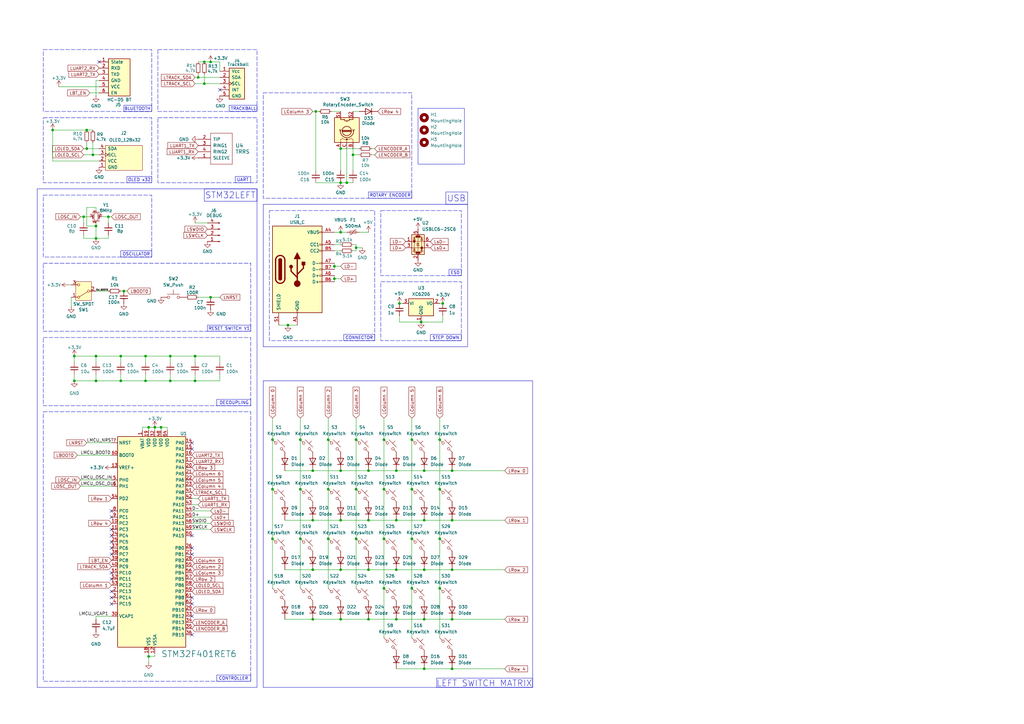
<source format=kicad_sch>
(kicad_sch (version 20231120) (generator "eeschema") (generator_version "8.0")
  (paper "A3")
  (junction (at 134.62 220.98))
  (junction (at 66.04 175.26))
  (junction (at 185.42 233.68))
  (junction (at 50.8 119.38))
  (junction (at 157.48 241.3))
  (junction (at 69.85 146.05))
  (junction (at 81.28 31.75))
  (junction (at 59.69 156.21))
  (junction (at 139.7 193.04))
  (junction (at 111.76 220.98))
  (junction (at 185.42 213.36))
  (junction (at 173.99 193.04))
  (junction (at 128.27 193.04))
  (junction (at 80.01 146.05))
  (junction (at 86.36 25.4))
  (junction (at 139.7 213.36))
  (junction (at 185.42 254))
  (junction (at 60.96 269.24))
  (junction (at 172.72 132.08))
  (junction (at 162.56 213.36))
  (junction (at 137.16 109.22))
  (junction (at 129.54 45.72))
  (junction (at 163.83 124.46))
  (junction (at 39.37 146.05))
  (junction (at 59.69 146.05))
  (junction (at 39.37 97.79))
  (junction (at 128.27 213.36))
  (junction (at 185.42 193.04))
  (junction (at 139.7 74.93))
  (junction (at 168.91 200.66))
  (junction (at 123.19 200.66))
  (junction (at 144.78 63.5))
  (junction (at 34.29 88.9))
  (junction (at 128.27 233.68))
  (junction (at 168.91 220.98))
  (junction (at 180.34 180.34))
  (junction (at 139.7 254))
  (junction (at 35.56 53.34))
  (junction (at 38.1 63.5))
  (junction (at 180.34 200.66))
  (junction (at 142.24 74.93))
  (junction (at 137.16 114.3))
  (junction (at 180.34 241.3))
  (junction (at 128.27 254))
  (junction (at 162.56 233.68))
  (junction (at 157.48 200.66))
  (junction (at 173.99 274.32))
  (junction (at 111.76 200.66))
  (junction (at 168.91 241.3))
  (junction (at 35.56 60.96))
  (junction (at 86.36 121.92))
  (junction (at 139.7 95.25))
  (junction (at 146.05 220.98))
  (junction (at 134.62 180.34))
  (junction (at 173.99 233.68))
  (junction (at 168.91 180.34))
  (junction (at 63.5 175.26))
  (junction (at 157.48 180.34))
  (junction (at 49.53 146.05))
  (junction (at 151.13 213.36))
  (junction (at 30.48 146.05))
  (junction (at 80.01 156.21))
  (junction (at 30.48 156.21))
  (junction (at 60.96 175.26))
  (junction (at 181.61 124.46))
  (junction (at 139.7 233.68))
  (junction (at 162.56 254))
  (junction (at 44.45 88.9))
  (junction (at 185.42 274.32))
  (junction (at 49.53 156.21))
  (junction (at 69.85 156.21))
  (junction (at 146.05 180.34))
  (junction (at 123.19 180.34))
  (junction (at 139.7 60.96))
  (junction (at 157.48 220.98))
  (junction (at 39.37 156.21))
  (junction (at 134.62 200.66))
  (junction (at 151.13 233.68))
  (junction (at 162.56 193.04))
  (junction (at 146.05 200.66))
  (junction (at 146.05 101.6))
  (junction (at 21.59 53.34))
  (junction (at 180.34 220.98))
  (junction (at 151.13 254))
  (junction (at 111.76 180.34))
  (junction (at 173.99 213.36))
  (junction (at 83.82 34.29))
  (junction (at 151.13 193.04))
  (junction (at 39.37 92.71))
  (junction (at 123.19 220.98))
  (junction (at 83.82 25.4))
  (junction (at 173.99 254))
  (junction (at 118.11 133.35))
  (no_connect (at 78.74 260.35))
  (no_connect (at 78.74 252.73))
  (no_connect (at 45.72 212.09))
  (no_connect (at 78.74 245.11))
  (no_connect (at 45.72 217.17))
  (no_connect (at 45.72 247.65))
  (no_connect (at 45.72 242.57))
  (no_connect (at 78.74 227.33))
  (no_connect (at 78.74 184.15))
  (no_connect (at 90.17 36.83))
  (no_connect (at 45.72 237.49))
  (no_connect (at 45.72 222.25))
  (no_connect (at 45.72 224.79))
  (no_connect (at 78.74 224.79))
  (no_connect (at 78.74 219.71))
  (no_connect (at 45.72 245.11))
  (no_connect (at 45.72 234.95))
  (no_connect (at 45.72 209.55))
  (no_connect (at 78.74 247.65))
  (no_connect (at 78.74 181.61))
  (no_connect (at 45.72 227.33))
  (no_connect (at 40.64 25.4))
  (no_connect (at 45.72 219.71))
  (wire (pts (xy 173.99 254) (xy 185.42 254)))
  (wire (pts (xy 139.7 213.36) (xy 151.13 213.36)))
  (wire (pts (xy 137.16 114.3) (xy 139.7 114.3)))
  (wire (pts (xy 163.83 129.54) (xy 163.83 132.08)))
  (wire (pts (xy 157.48 220.98) (xy 157.48 241.3)))
  (wire (pts (xy 137.16 100.33) (xy 139.7 100.33)))
  (wire (pts (xy 134.62 180.34) (xy 134.62 200.66)))
  (wire (pts (xy 45.72 88.9) (xy 44.45 88.9)))
  (wire (pts (xy 33.02 199.39) (xy 45.72 199.39)))
  (wire (pts (xy 180.34 241.3) (xy 180.34 261.62)))
  (wire (pts (xy 180.34 220.98) (xy 180.34 241.3)))
  (wire (pts (xy 30.48 156.21) (xy 39.37 156.21)))
  (wire (pts (xy 185.42 274.32) (xy 207.01 274.32)))
  (wire (pts (xy 116.84 213.36) (xy 128.27 213.36)))
  (wire (pts (xy 162.56 213.36) (xy 173.99 213.36)))
  (wire (pts (xy 90.17 146.05) (xy 80.01 146.05)))
  (wire (pts (xy 34.29 91.44) (xy 34.29 88.9)))
  (wire (pts (xy 139.7 95.25) (xy 142.24 95.25)))
  (wire (pts (xy 181.61 129.54) (xy 181.61 132.08)))
  (wire (pts (xy 135.89 45.72) (xy 139.7 45.72)))
  (wire (pts (xy 139.7 60.96) (xy 139.7 69.85)))
  (wire (pts (xy 137.16 109.22) (xy 137.16 110.49)))
  (wire (pts (xy 139.7 233.68) (xy 151.13 233.68)))
  (wire (pts (xy 49.53 146.05) (xy 39.37 146.05)))
  (wire (pts (xy 129.54 45.72) (xy 130.81 45.72)))
  (wire (pts (xy 63.5 175.26) (xy 66.04 175.26)))
  (wire (pts (xy 146.05 100.33) (xy 146.05 101.6)))
  (wire (pts (xy 63.5 267.97) (xy 63.5 269.24)))
  (wire (pts (xy 69.85 146.05) (xy 59.69 146.05)))
  (wire (pts (xy 44.45 88.9) (xy 41.91 88.9)))
  (wire (pts (xy 139.7 254) (xy 151.13 254)))
  (wire (pts (xy 139.7 60.96) (xy 147.32 60.96)))
  (wire (pts (xy 142.24 74.93) (xy 144.78 74.93)))
  (wire (pts (xy 163.83 132.08) (xy 172.72 132.08)))
  (wire (pts (xy 59.69 156.21) (xy 69.85 156.21)))
  (wire (pts (xy 168.91 220.98) (xy 168.91 241.3)))
  (wire (pts (xy 185.42 213.36) (xy 207.01 213.36)))
  (wire (pts (xy 137.16 114.3) (xy 137.16 115.57)))
  (wire (pts (xy 168.91 180.34) (xy 168.91 200.66)))
  (wire (pts (xy 81.28 204.47) (xy 78.74 204.47)))
  (wire (pts (xy 30.48 146.05) (xy 30.48 148.59)))
  (wire (pts (xy 29.21 121.92) (xy 29.21 125.73)))
  (wire (pts (xy 63.5 175.26) (xy 63.5 176.53)))
  (wire (pts (xy 38.1 63.5) (xy 40.64 63.5)))
  (wire (pts (xy 157.48 241.3) (xy 157.48 261.62)))
  (wire (pts (xy 137.16 109.22) (xy 139.7 109.22)))
  (wire (pts (xy 151.13 233.68) (xy 162.56 233.68)))
  (wire (pts (xy 69.85 156.21) (xy 80.01 156.21)))
  (wire (pts (xy 34.29 60.96) (xy 35.56 60.96)))
  (wire (pts (xy 49.53 156.21) (xy 59.69 156.21)))
  (wire (pts (xy 180.34 124.46) (xy 181.61 124.46)))
  (wire (pts (xy 80.01 91.44) (xy 85.09 91.44)))
  (wire (pts (xy 118.11 133.35) (xy 121.92 133.35)))
  (wire (pts (xy 21.59 53.34) (xy 35.56 53.34)))
  (wire (pts (xy 163.83 124.46) (xy 165.1 124.46)))
  (wire (pts (xy 151.13 193.04) (xy 162.56 193.04)))
  (wire (pts (xy 173.99 274.32) (xy 185.42 274.32)))
  (wire (pts (xy 34.29 97.79) (xy 39.37 97.79)))
  (wire (pts (xy 81.28 121.92) (xy 86.36 121.92)))
  (wire (pts (xy 78.74 217.17) (xy 86.36 217.17)))
  (wire (pts (xy 83.82 34.29) (xy 90.17 34.29)))
  (wire (pts (xy 111.76 180.34) (xy 111.76 200.66)))
  (wire (pts (xy 39.37 39.37) (xy 39.37 33.02)))
  (wire (pts (xy 35.56 85.09) (xy 35.56 92.71)))
  (wire (pts (xy 58.42 175.26) (xy 60.96 175.26)))
  (wire (pts (xy 137.16 95.25) (xy 139.7 95.25)))
  (wire (pts (xy 162.56 193.04) (xy 173.99 193.04)))
  (wire (pts (xy 168.91 200.66) (xy 168.91 220.98)))
  (wire (pts (xy 146.05 101.6) (xy 148.59 101.6)))
  (wire (pts (xy 44.45 88.9) (xy 44.45 91.44)))
  (wire (pts (xy 80.01 146.05) (xy 69.85 146.05)))
  (wire (pts (xy 168.91 171.45) (xy 168.91 180.34)))
  (wire (pts (xy 39.37 33.02) (xy 40.64 33.02)))
  (wire (pts (xy 144.78 63.5) (xy 144.78 69.85)))
  (wire (pts (xy 66.04 175.26) (xy 68.58 175.26)))
  (wire (pts (xy 30.48 153.67) (xy 30.48 156.21)))
  (wire (pts (xy 147.32 63.5) (xy 144.78 63.5)))
  (wire (pts (xy 39.37 85.09) (xy 35.56 85.09)))
  (wire (pts (xy 60.96 269.24) (xy 60.96 271.78)))
  (wire (pts (xy 60.96 175.26) (xy 60.96 176.53)))
  (wire (pts (xy 129.54 45.72) (xy 129.54 69.85)))
  (wire (pts (xy 69.85 153.67) (xy 69.85 156.21)))
  (wire (pts (xy 185.42 193.04) (xy 207.01 193.04)))
  (wire (pts (xy 185.42 233.68) (xy 207.01 233.68)))
  (wire (pts (xy 27.94 116.84) (xy 29.21 116.84)))
  (wire (pts (xy 81.28 31.75) (xy 90.17 31.75)))
  (wire (pts (xy 151.13 254) (xy 162.56 254)))
  (wire (pts (xy 39.37 252.73) (xy 39.37 254)))
  (wire (pts (xy 157.48 171.45) (xy 157.48 180.34)))
  (wire (pts (xy 90.17 29.21) (xy 90.17 25.4)))
  (wire (pts (xy 33.02 196.85) (xy 45.72 196.85)))
  (wire (pts (xy 146.05 200.66) (xy 146.05 220.98)))
  (wire (pts (xy 123.19 220.98) (xy 123.19 241.3)))
  (wire (pts (xy 151.13 213.36) (xy 162.56 213.36)))
  (wire (pts (xy 63.5 269.24) (xy 60.96 269.24)))
  (wire (pts (xy 80.01 31.75) (xy 81.28 31.75)))
  (wire (pts (xy 39.37 156.21) (xy 49.53 156.21)))
  (wire (pts (xy 39.37 153.67) (xy 39.37 156.21)))
  (wire (pts (xy 185.42 254) (xy 207.01 254)))
  (wire (pts (xy 152.4 63.5) (xy 153.67 63.5)))
  (wire (pts (xy 34.29 88.9) (xy 36.83 88.9)))
  (wire (pts (xy 44.45 96.52) (xy 44.45 97.79)))
  (wire (pts (xy 157.48 180.34) (xy 157.48 200.66)))
  (wire (pts (xy 35.56 58.42) (xy 35.56 60.96)))
  (wire (pts (xy 80.01 153.67) (xy 80.01 156.21)))
  (wire (pts (xy 21.59 66.04) (xy 40.64 66.04)))
  (wire (pts (xy 39.37 92.71) (xy 39.37 97.79)))
  (wire (pts (xy 128.27 213.36) (xy 139.7 213.36)))
  (wire (pts (xy 80.01 34.29) (xy 83.82 34.29)))
  (wire (pts (xy 44.45 97.79) (xy 39.37 97.79)))
  (wire (pts (xy 60.96 267.97) (xy 60.96 269.24)))
  (wire (pts (xy 181.61 132.08) (xy 172.72 132.08)))
  (wire (pts (xy 49.53 119.38) (xy 50.8 119.38)))
  (wire (pts (xy 86.36 121.92) (xy 90.17 121.92)))
  (wire (pts (xy 59.69 153.67) (xy 59.69 156.21)))
  (wire (pts (xy 152.4 60.96) (xy 153.67 60.96)))
  (wire (pts (xy 83.82 25.4) (xy 86.36 25.4)))
  (wire (pts (xy 78.74 209.55) (xy 86.36 209.55)))
  (wire (pts (xy 36.83 38.1) (xy 40.64 38.1)))
  (wire (pts (xy 30.48 146.05) (xy 39.37 146.05)))
  (wire (pts (xy 111.76 200.66) (xy 111.76 220.98)))
  (wire (pts (xy 80.01 146.05) (xy 80.01 148.59)))
  (wire (pts (xy 134.62 220.98) (xy 134.62 241.3)))
  (wire (pts (xy 147.32 95.25) (xy 151.13 95.25)))
  (wire (pts (xy 83.82 30.48) (xy 83.82 34.29)))
  (wire (pts (xy 146.05 102.87) (xy 144.78 102.87)))
  (wire (pts (xy 49.53 153.67) (xy 49.53 156.21)))
  (wire (pts (xy 168.91 241.3) (xy 168.91 261.62)))
  (wire (pts (xy 180.34 200.66) (xy 180.34 220.98)))
  (wire (pts (xy 66.04 175.26) (xy 66.04 176.53)))
  (wire (pts (xy 111.76 220.98) (xy 111.76 241.3)))
  (wire (pts (xy 128.27 254) (xy 139.7 254)))
  (wire (pts (xy 146.05 101.6) (xy 146.05 102.87)))
  (wire (pts (xy 139.7 74.93) (xy 142.24 74.93)))
  (wire (pts (xy 173.99 193.04) (xy 185.42 193.04)))
  (wire (pts (xy 162.56 274.32) (xy 173.99 274.32)))
  (wire (pts (xy 35.56 53.34) (xy 38.1 53.34)))
  (wire (pts (xy 129.54 74.93) (xy 139.7 74.93)))
  (wire (pts (xy 34.29 96.52) (xy 34.29 97.79)))
  (wire (pts (xy 147.32 45.72) (xy 144.78 45.72)))
  (wire (pts (xy 134.62 200.66) (xy 134.62 220.98)))
  (wire (pts (xy 128.27 233.68) (xy 139.7 233.68)))
  (wire (pts (xy 116.84 233.68) (xy 128.27 233.68)))
  (wire (pts (xy 33.02 88.9) (xy 34.29 88.9)))
  (wire (pts (xy 111.76 171.45) (xy 111.76 180.34)))
  (wire (pts (xy 60.96 175.26) (xy 63.5 175.26)))
  (wire (pts (xy 128.27 193.04) (xy 139.7 193.04)))
  (wire (pts (xy 80.01 156.21) (xy 90.17 156.21)))
  (wire (pts (xy 123.19 180.34) (xy 123.19 200.66)))
  (wire (pts (xy 24.13 35.56) (xy 40.64 35.56)))
  (wire (pts (xy 59.69 146.05) (xy 49.53 146.05)))
  (wire (pts (xy 39.37 146.05) (xy 39.37 148.59)))
  (wire (pts (xy 137.16 107.95) (xy 137.16 109.22)))
  (wire (pts (xy 78.74 214.63) (xy 86.36 214.63)))
  (wire (pts (xy 128.27 45.72) (xy 129.54 45.72)))
  (wire (pts (xy 81.28 25.4) (xy 83.82 25.4)))
  (wire (pts (xy 114.3 133.35) (xy 118.11 133.35)))
  (wire (pts (xy 173.99 213.36) (xy 185.42 213.36)))
  (wire (pts (xy 78.74 212.09) (xy 86.36 212.09)))
  (wire (pts (xy 35.56 181.61) (xy 45.72 181.61)))
  (wire (pts (xy 123.19 171.45) (xy 123.19 180.34)))
  (wire (pts (xy 31.75 186.69) (xy 45.72 186.69)))
  (wire (pts (xy 90.17 153.67) (xy 90.17 156.21)))
  (wire (pts (xy 144.78 60.96) (xy 144.78 63.5)))
  (wire (pts (xy 39.37 119.38) (xy 44.45 119.38)))
  (wire (pts (xy 81.28 207.01) (xy 78.74 207.01)))
  (wire (pts (xy 58.42 175.26) (xy 58.42 176.53)))
  (wire (pts (xy 90.17 146.05) (xy 90.17 148.59)))
  (wire (pts (xy 134.62 171.45) (xy 134.62 180.34)))
  (wire (pts (xy 157.48 200.66) (xy 157.48 220.98)))
  (wire (pts (xy 86.36 25.4) (xy 90.17 25.4)))
  (wire (pts (xy 146.05 180.34) (xy 146.05 200.66)))
  (wire (pts (xy 50.8 119.38) (xy 52.07 119.38)))
  (wire (pts (xy 34.29 63.5) (xy 38.1 63.5)))
  (wire (pts (xy 81.28 30.48) (xy 81.28 31.75)))
  (wire (pts (xy 38.1 58.42) (xy 38.1 63.5)))
  (wire (pts (xy 162.56 233.68) (xy 173.99 233.68)))
  (wire (pts (xy 21.59 53.34) (xy 21.59 66.04)))
  (wire (pts (xy 123.19 200.66) (xy 123.19 220.98)))
  (wire (pts (xy 180.34 180.34) (xy 180.34 200.66)))
  (wire (pts (xy 146.05 220.98) (xy 146.05 241.3)))
  (wire (pts (xy 69.85 146.05) (xy 69.85 148.59)))
  (wire (pts (xy 180.34 171.45) (xy 180.34 180.34)))
  (wire (pts (xy 137.16 102.87) (xy 139.7 102.87)))
  (wire (pts (xy 116.84 254) (xy 128.27 254)))
  (wire (pts (xy 142.24 60.96) (xy 142.24 74.93)))
  (wire (pts (xy 59.69 146.05) (xy 59.69 148.59)))
  (wire (pts (xy 173.99 233.68) (xy 185.42 233.68)))
  (wire (pts (xy 137.16 113.03) (xy 137.16 114.3)))
  (wire (pts (xy 35.56 92.71) (xy 39.37 92.71)))
  (wire (pts (xy 49.53 146.05) (xy 49.53 148.59)))
  (wire (pts (xy 144.78 100.33) (xy 146.05 100.33)))
  (wire (pts (xy 35.56 60.96) (xy 40.64 60.96)))
  (wire (pts (xy 139.7 193.04) (xy 151.13 193.04)))
  (wire (pts (xy 45.72 252.73) (xy 39.37 252.73)))
  (wire (pts (xy 146.05 171.45) (xy 146.05 180.34)))
  (wire (pts (xy 68.58 175.26) (xy 68.58 176.53)))
  (wire (pts (xy 116.84 193.04) (xy 128.27 193.04)))
  (wire (pts (xy 162.56 254) (xy 173.99 254)))
  (wire (pts (xy 39.37 85.09) (xy 39.37 86.36)))
  (wire (pts (xy 39.37 92.71) (xy 39.37 91.44)))
  (rectangle (start 15.24 77.47) (end 105.41 281.94))
  (rectangle (start 17.78 80.01) (end 62.23 105.41) (stroke (width 0) (type dash)))
  (rectangle (start 88.9 276.86) (end 102.87 279.4))
  (rectangle (start 49.53 102.87) (end 62.23 105.41))
  (rectangle (start 176.53 137.16) (end 189.23 139.7))
  (rectangle (start 179.07 278.13) (end 218.44 281.94))
  (rectangle (start 83.82 77.47) (end 105.41 82.55))
  (rectangle (start 156.21 86.36) (end 189.23 113.03) (stroke (width 0) (type dash)))
  (rectangle (start 110.49 86.36) (end 153.67 139.7) (stroke (width 0) (type dash)))
  (rectangle (start 93.98 43.18) (end 105.41 45.72))
  (rectangle (start 107.95 156.21) (end 218.44 281.94))
  (rectangle (start 96.52 72.39) (end 102.87 74.93))
  (rectangle (start 17.78 20.32) (end 62.23 45.72) (stroke (width 0) (type dash)))
  (rectangle (start 171.45 44.45) (end 190.5 67.31))
  (rectangle (start 64.77 48.26) (end 105.41 74.93) (stroke (width 0) (type dash)))
  (rectangle (start 107.95 83.82) (end 191.77 142.24))
  (rectangle (start 17.78 168.91) (end 102.87 279.4) (stroke (width 0) (type dash)))
  (rectangle (start 17.78 107.95) (end 102.87 135.89) (stroke (width 0) (type dash)))
  (rectangle (start 50.8 43.18) (end 62.23 45.72))
  (rectangle (start 140.97 137.16) (end 153.67 139.7))
  (rectangle (start 156.21 115.57) (end 189.23 139.7) (stroke (width 0) (type dash)))
  (rectangle (start 64.77 20.32) (end 105.41 45.72) (stroke (width 0) (type dash)))
  (rectangle (start 107.95 38.1) (end 168.91 81.28) (stroke (width 0) (type dash)))
  (rectangle (start 85.09 133.35) (end 102.87 135.89))
  (rectangle (start 151.13 78.74) (end 168.91 81.28))
  (rectangle (start 17.78 48.26) (end 62.23 74.93) (stroke (width 0) (type dash)))
  (rectangle (start 17.78 138.43) (end 102.87 166.37) (stroke (width 0) (type dash)))
  (rectangle (start 184.15 110.49) (end 189.23 113.03))
  (rectangle (start 88.9 163.83) (end 102.87 166.37))
  (rectangle (start 182.88 78.74) (end 191.77 83.82))
  (rectangle (start 52.07 72.39) (end 62.23 74.93))
  (text "CONNECTOR\n" (at 147.32 138.684 0) (effects (font (size 1.27 1.27))))
  (text "USB" (at 187.198 81.534 0) (effects (font (size 2.54 2.54))))
  (text "TRACKBALL\n" (at 99.822 44.704 0) (effects (font (size 1.27 1.27))))
  (text "UART" (at 99.568 73.914 0) (effects (font (size 1.27 1.27))))
  (text "DECOUPLING\n" (at 96.012 165.354 0) (effects (font (size 1.27 1.27))))
  (text "STM32LEFT\n" (at 94.488 80.264 0) (effects (font (size 2.54 2.54))))
  (text "OSCILLATOR\n" (at 55.88 104.394 0) (effects (font (size 1.27 1.27))))
  (text "ESD" (at 186.69 112.014 0) (effects (font (size 1.27 1.27))))
  (text "CONTROLLER" (at 95.758 278.384 0) (effects (font (size 1.27 1.27))))
  (text "OLED x32" (at 57.15 73.914 0) (effects (font (size 1.27 1.27))))
  (text "STEP DOWN" (at 182.88 138.684 0) (effects (font (size 1.27 1.27))))
  (text "BLUETOOTH\n" (at 56.388 44.704 0) (effects (font (size 1.27 1.27))))
  (text "LEFT SWITCH MATRIX" (at 198.628 280.416 0) (effects (font (size 2.54 2.54))))
  (text "RESET SWITCH V1\n" (at 93.98 134.874 0) (effects (font (size 1.27 1.27))))
  (text "ROTARY ENCODER\n" (at 160.02 80.264 0) (effects (font (size 1.27 1.27))))
  (label "LMCU_NRST" (at 35.56 181.61 0))
  (label "LMCU_OSC_IN" (at 33.02 196.85 0))
  (label "D+" (at 78.74 212.09 0))
  (label "LMCU_VCAP1" (at 44.45 252.73 180))
  (label "LMCU_BOOT0" (at 33.02 186.69 0))
  (label "SWDIO" (at 78.74 214.63 0))
  (label "SW_BOOT0" (at 39.37 119.38 0) (effects (font (size 0.635 0.635))))
  (label "SWCLK" (at 78.74 217.17 0))
  (label "D-" (at 78.74 209.55 0))
  (label "LMCU_OSC_OUT" (at 33.02 199.39 0))
  (global_label "LUART1_RX" (shape input) (at 81.28 62.23 180) (property "Intersheetrefs" "${INTERSHEET_REFS}" (effects (hide yes))))
  (global_label "LColumn 4" (shape input) (at 78.74 199.39 0) (property "Intersheetrefs" "${INTERSHEET_REFS}" (effects (hide yes))))
  (global_label "LRow 3" (shape input) (at 207.01 254 0) (property "Intersheetrefs" "${INTERSHEET_REFS}" (effects (hide yes))))
  (global_label "LColumn 2" (shape input) (at 78.74 232.41 0) (property "Intersheetrefs" "${INTERSHEET_REFS}" (effects (hide yes))))
  (global_label "LTRACK_SCL" (shape input) (at 78.74 201.93 0) (property "Intersheetrefs" "${INTERSHEET_REFS}" (effects (hide yes))))
  (global_label "LENCODER_A" (shape input) (at 153.67 60.96 0) (property "Intersheetrefs" "${INTERSHEET_REFS}" (effects (hide yes))))
  (global_label "LColumn 4" (shape input) (at 157.48 171.45 90) (property "Intersheetrefs" "${INTERSHEET_REFS}" (effects (hide yes))))
  (global_label "LOSC_IN" (shape input) (at 33.02 88.9 180) (property "Intersheetrefs" "${INTERSHEET_REFS}" (effects (hide yes))))
  (global_label "LTRACK_SDA" (shape input) (at 45.72 232.41 180) (property "Intersheetrefs" "${INTERSHEET_REFS}" (effects (hide yes))))
  (global_label "LTRACK_SCL" (shape input) (at 80.01 34.29 180) (property "Intersheetrefs" "${INTERSHEET_REFS}" (effects (hide yes))))
  (global_label "LSWCLK" (shape input) (at 85.09 96.52 180) (property "Intersheetrefs" "${INTERSHEET_REFS}" (effects (hide yes))))
  (global_label "LRow 3" (shape input) (at 78.74 191.77 0) (property "Intersheetrefs" "${INTERSHEET_REFS}" (effects (hide yes))))
  (global_label "LColumn 0" (shape input) (at 111.76 171.45 90) (property "Intersheetrefs" "${INTERSHEET_REFS}" (effects (hide yes))))
  (global_label "LOSC_IN" (shape input) (at 33.02 196.85 180) (property "Intersheetrefs" "${INTERSHEET_REFS}" (effects (hide yes))))
  (global_label "LColumn 0" (shape input) (at 78.74 229.87 0) (property "Intersheetrefs" "${INTERSHEET_REFS}" (effects (hide yes))))
  (global_label "LRow 2" (shape input) (at 78.74 237.49 0) (property "Intersheetrefs" "${INTERSHEET_REFS}" (effects (hide yes))))
  (global_label "LRow 1" (shape input) (at 207.01 213.36 0) (property "Intersheetrefs" "${INTERSHEET_REFS}" (effects (hide yes))))
  (global_label "LColumn 1" (shape input) (at 45.72 240.03 180) (property "Intersheetrefs" "${INTERSHEET_REFS}" (effects (hide yes))))
  (global_label "LOLED_SDA" (shape input) (at 34.29 60.96 180) (property "Intersheetrefs" "${INTERSHEET_REFS}" (effects (hide yes))))
  (global_label "LColumn 6" (shape input) (at 180.34 171.45 90) (property "Intersheetrefs" "${INTERSHEET_REFS}" (effects (hide yes))))
  (global_label "LTRACK_SDA" (shape input) (at 80.01 31.75 180) (property "Intersheetrefs" "${INTERSHEET_REFS}" (effects (hide yes))))
  (global_label "LD+" (shape input) (at 139.7 114.3 0) (property "Intersheetrefs" "${INTERSHEET_REFS}" (effects (hide yes))))
  (global_label "LUART1_TX" (shape input) (at 81.28 204.47 0) (property "Intersheetrefs" "${INTERSHEET_REFS}" (effects (hide yes))))
  (global_label "LD+" (shape input) (at 166.37 101.6 180) (property "Intersheetrefs" "${INTERSHEET_REFS}" (effects (hide yes))))
  (global_label "LUART2_TX" (shape input) (at 78.74 186.69 0) (property "Intersheetrefs" "${INTERSHEET_REFS}" (effects (hide yes))))
  (global_label "LSWDIO" (shape input) (at 85.09 93.98 180) (property "Intersheetrefs" "${INTERSHEET_REFS}" (effects (hide yes))))
  (global_label "LRow 0" (shape input) (at 207.01 193.04 0) (property "Intersheetrefs" "${INTERSHEET_REFS}" (effects (hide yes))))
  (global_label "LOSC_OUT" (shape input) (at 45.72 88.9 0) (property "Intersheetrefs" "${INTERSHEET_REFS}" (effects (hide yes))))
  (global_label "LSWDIO" (shape input) (at 86.36 214.63 0) (property "Intersheetrefs" "${INTERSHEET_REFS}" (effects (hide yes))))
  (global_label "LBT_EN" (shape input) (at 45.72 229.87 180) (property "Intersheetrefs" "${INTERSHEET_REFS}" (effects (hide yes))))
  (global_label "LsD-" (shape input) (at 86.36 209.55 0) (property "Intersheetrefs" "${INTERSHEET_REFS}" (effects (hide yes))))
  (global_label "LNRST" (shape input) (at 90.17 121.92 0) (property "Intersheetrefs" "${INTERSHEET_REFS}" (effects (hide yes))))
  (global_label "LUART2_RX" (shape input) (at 78.74 189.23 0) (property "Intersheetrefs" "${INTERSHEET_REFS}" (effects (hide yes))))
  (global_label "LRow 1" (shape input) (at 45.72 204.47 180) (property "Intersheetrefs" "${INTERSHEET_REFS}" (effects (hide yes))))
  (global_label "LsD+" (shape input) (at 176.53 101.6 0) (property "Intersheetrefs" "${INTERSHEET_REFS}" (effects (hide yes))))
  (global_label "LUART1_RX" (shape input) (at 81.28 207.01 0) (property "Intersheetrefs" "${INTERSHEET_REFS}" (effects (hide yes))))
  (global_label "LColumn 1" (shape input) (at 123.19 171.45 90) (property "Intersheetrefs" "${INTERSHEET_REFS}" (effects (hide yes))))
  (global_label "LUART2_RX" (shape input) (at 40.64 27.94 180) (property "Intersheetrefs" "${INTERSHEET_REFS}" (effects (hide yes))))
  (global_label "LOSC_OUT" (shape input) (at 33.02 199.39 180) (property "Intersheetrefs" "${INTERSHEET_REFS}" (effects (hide yes))))
  (global_label "LRow 0" (shape input) (at 78.74 250.19 0) (property "Intersheetrefs" "${INTERSHEET_REFS}" (effects (hide yes))))
  (global_label "LENCODER_B" (shape input) (at 78.74 257.81 0) (property "Intersheetrefs" "${INTERSHEET_REFS}" (effects (hide yes))))
  (global_label "LUART1_TX" (shape input) (at 81.28 59.69 180) (property "Intersheetrefs" "${INTERSHEET_REFS}" (effects (hide yes))))
  (global_label "LOLED_SCL" (shape input) (at 34.29 63.5 180) (property "Intersheetrefs" "${INTERSHEET_REFS}" (effects (hide yes))))
  (global_label "LUART2_TX" (shape input) (at 40.64 30.48 180) (property "Intersheetrefs" "${INTERSHEET_REFS}" (effects (hide yes))))
  (global_label "LOLED_SCL" (shape input) (at 78.74 240.03 0) (property "Intersheetrefs" "${INTERSHEET_REFS}" (effects (hide yes))))
  (global_label "LD-" (shape input) (at 139.7 109.22 0) (property "Intersheetrefs" "${INTERSHEET_REFS}" (effects (hide yes))))
  (global_label "LBT_EN" (shape input) (at 36.83 38.1 180) (property "Intersheetrefs" "${INTERSHEET_REFS}" (effects (hide yes))))
  (global_label "LRow 4" (shape input) (at 207.01 274.32 0) (property "Intersheetrefs" "${INTERSHEET_REFS}" (effects (hide yes))))
  (global_label "LRow 2" (shape input) (at 207.01 233.68 0) (property "Intersheetrefs" "${INTERSHEET_REFS}" (effects (hide yes))))
  (global_label "LRow 4" (shape input) (at 154.94 45.72 0) (property "Intersheetrefs" "${INTERSHEET_REFS}" (effects (hide yes))))
  (global_label "LsD+" (shape input) (at 86.36 212.09 0) (property "Intersheetrefs" "${INTERSHEET_REFS}" (effects (hide yes))))
  (global_label "LColumn 3" (shape input) (at 146.05 171.45 90) (property "Intersheetrefs" "${INTERSHEET_REFS}" (effects (hide yes))))
  (global_label "LColumn 5" (shape input) (at 168.91 171.45 90) (property "Intersheetrefs" "${INTERSHEET_REFS}" (effects (hide yes))))
  (global_label "LD-" (shape input) (at 166.37 99.06 180) (property "Intersheetrefs" "${INTERSHEET_REFS}" (effects (hide yes))))
  (global_label "LColumn 5" (shape input) (at 78.74 196.85 0) (property "Intersheetrefs" "${INTERSHEET_REFS}" (effects (hide yes))))
  (global_label "LColumn 3" (shape input) (at 78.74 234.95 0) (property "Intersheetrefs" "${INTERSHEET_REFS}" (effects (hide yes))))
  (global_label "LColumn 2" (shape input) (at 134.62 171.45 90) (property "Intersheetrefs" "${INTERSHEET_REFS}" (effects (hide yes))))
  (global_label "LsD-" (shape input) (at 176.53 99.06 0) (property "Intersheetrefs" "${INTERSHEET_REFS}" (effects (hide yes))))
  (global_label "LOLED_SDA" (shape input) (at 78.74 242.57 0) (property "Intersheetrefs" "${INTERSHEET_REFS}" (effects (hide yes))))
  (global_label "LColumn 6" (shape input) (at 78.74 194.31 0) (property "Intersheetrefs" "${INTERSHEET_REFS}" (effects (hide yes))))
  (global_label "LRow 4" (shape input) (at 45.72 214.63 180) (property "Intersheetrefs" "${INTERSHEET_REFS}" (effects (hide yes))))
  (global_label "LSWCLK" (shape input) (at 86.36 217.17 0) (property "Intersheetrefs" "${INTERSHEET_REFS}" (effects (hide yes))))
  (global_label "LBOOT0" (shape input) (at 31.75 186.69 180) (property "Intersheetrefs" "${INTERSHEET_REFS}" (effects (hide yes))))
  (global_label "LNRST" (shape input) (at 35.56 181.61 180) (property "Intersheetrefs" "${INTERSHEET_REFS}" (effects (hide yes))))
  (global_label "LENCODER_A" (shape input) (at 78.74 255.27 0) (property "Intersheetrefs" "${INTERSHEET_REFS}" (effects (hide yes))))
  (global_label "LColumn 3" (shape input) (at 128.27 45.72 180) (property "Intersheetrefs" "${INTERSHEET_REFS}" (effects (hide yes))))
  (global_label "LENCODER_B" (shape input) (at 153.67 63.5 0) (property "Intersheetrefs" "${INTERSHEET_REFS}" (effects (hide yes))))
  (global_label "LBOOT0" (shape input) (at 52.07 119.38 0) (property "Intersheetrefs" "${INTERSHEET_REFS}" (effects (hide yes))))
  (symbol (lib_id "power:VBUS") (at 139.7 95.25 0) (unit 1)
    (property "Reference" "#PWR012" (effects (hide yes)))
    (property "Value" "VBUS" (at 139.7 90.17 0))
    (property "Description" "Power symbol creates a global label with name \"VBUS\"" (effects (hide yes)))
  )
  (symbol (lib_id "Device:C_Small") (at 80.01 151.13 180) (unit 1)
    (property "Reference" "C2" (at 82.55 149.8535 0) (effects (justify right)))
    (property "Value" "100n" (at 82.55 152.3935 0) (effects (justify right)))
    (property "Footprint" "Capacitor_SMD:C_0402_1005Metric" (effects (hide yes)))
    (property "Description" "Unpolarized capacitor, small symbol" (effects (hide yes)))
  )
  (symbol (lib_id "power:GND") (at 171.45 106.68 0) (unit 1)
    (property "Reference" "#PWR015" (effects (hide yes)))
    (property "Value" "GND" (at 171.45 110.744 0))
    (property "Description" "Power symbol creates a global label with name \"GND\" , ground" (effects (hide yes)))
  )
  (symbol (lib_id "ScottoKeebs:Placeholder_Keyswitch") (at 182.88 223.52 0) (unit 1)
    (property "Reference" "S29" (at 182.88 215.9 0))
    (property "Value" "Keyswitch" (at 182.88 218.44 0))
    (property "Footprint" "ScottoKeebs_Hotswap:Hotswap_Choc_V1V2_1.00u" (effects (hide yes)))
    (property "Description" "Push button switch, normally open, two pins, 45° tilted" (effects (hide yes)))
  )
  (symbol (lib_id "Device:R_Small") (at 81.28 27.94 0) (unit 1)
    (property "Reference" "R14" (at 80.264 26.924 0) (effects (justify right)))
    (property "Value" "4.7k" (at 80.264 28.956 0) (effects (justify right)))
    (property "Footprint" "Resistor_SMD:R_0402_1005Metric" (effects (hide yes)))
    (property "Description" "Resistor, small symbol" (effects (hide yes)))
  )
  (symbol (lib_id "ScottoKeebs:Placeholder_Diode") (at 173.99 209.55 90) (unit 1)
    (property "Reference" "D14" (at 176.53 208.2799 90) (effects (justify right)))
    (property "Value" "Diode" (at 176.53 210.8199 90) (effects (justify right)))
    (property "Footprint" "ScottoKeebs_Components:Diode_SOD-123" (effects (hide yes)))
    (property "Description" "1N4148 (DO-35) or 1N4148W (SOD-123)" (effects (hide yes)))
    (property "Sim.Device" "D" (effects (hide yes)))
    (property "Sim.Pins" "1=K 2=A" (effects (hide yes)))
  )
  (symbol (lib_id "ScottoKeebs:Placeholder_Diode") (at 185.42 270.51 90) (unit 1)
    (property "Reference" "D31" (at 187.96 269.2399 90) (effects (justify right)))
    (property "Value" "Diode" (at 187.96 271.7799 90) (effects (justify right)))
    (property "Footprint" "ScottoKeebs_Components:Diode_SOD-123" (effects (hide yes)))
    (property "Description" "1N4148 (DO-35) or 1N4148W (SOD-123)" (effects (hide yes)))
    (property "Sim.Device" "D" (effects (hide yes)))
    (property "Sim.Pins" "1=K 2=A" (effects (hide yes)))
  )
  (symbol (lib_id "ScottoKeebs:Placeholder_Diode") (at 173.99 189.23 90) (unit 1)
    (property "Reference" "D6" (at 176.53 187.9599 90) (effects (justify right)))
    (property "Value" "Diode" (at 176.53 190.4999 90) (effects (justify right)))
    (property "Footprint" "ScottoKeebs_Components:Diode_SOD-123" (effects (hide yes)))
    (property "Description" "1N4148 (DO-35) or 1N4148W (SOD-123)" (effects (hide yes)))
    (property "Sim.Device" "D" (effects (hide yes)))
    (property "Sim.Pins" "1=K 2=A" (effects (hide yes)))
  )
  (symbol (lib_id "ScottoKeebs:Placeholder_Keyswitch") (at 114.3 182.88 0) (unit 1)
    (property "Reference" "S1" (at 114.3 175.26 0))
    (property "Value" "Keyswitch" (at 114.3 177.8 0))
    (property "Footprint" "ScottoKeebs_Hotswap:Hotswap_Choc_V1V2_1.00u" (effects (hide yes)))
    (property "Description" "Push button switch, normally open, two pins, 45° tilted" (effects (hide yes)))
  )
  (symbol (lib_id "power:+5V") (at 163.83 124.46 0) (unit 1)
    (property "Reference" "#PWR016" (effects (hide yes)))
    (property "Value" "+5V" (at 163.576 120.396 0))
    (property "Description" "Power symbol creates a global label with name \"+5V\"" (effects (hide yes)))
  )
  (symbol (lib_id "power:GND") (at 148.59 101.6 0) (unit 1)
    (property "Reference" "#PWR013" (effects (hide yes)))
    (property "Value" "GND" (at 148.59 105.664 0))
    (property "Description" "Power symbol creates a global label with name \"GND\" , ground" (effects (hide yes)))
  )
  (symbol (lib_id "power:GND") (at 90.17 39.37 0) (unit 1)
    (property "Reference" "#PWR029" (effects (hide yes)))
    (property "Value" "GND" (at 90.424 43.434 0))
    (property "Description" "Power symbol creates a global label with name \"GND\" , ground" (effects (hide yes)))
  )
  (symbol (lib_id "power:GND") (at 86.36 127 0) (unit 1)
    (property "Reference" "#PWR04" (effects (hide yes)))
    (property "Value" "GND" (at 90.678 128.778 0))
    (property "Description" "Power symbol creates a global label with name \"GND\" , ground" (effects (hide yes)))
  )
  (symbol (lib_id "ScottoKeebs:Placeholder_Diode") (at 151.13 209.55 90) (unit 1)
    (property "Reference" "D12" (at 153.67 208.2799 90) (effects (justify right)))
    (property "Value" "Diode" (at 153.67 210.8199 90) (effects (justify right)))
    (property "Footprint" "ScottoKeebs_Components:Diode_SOD-123" (effects (hide yes)))
    (property "Description" "1N4148 (DO-35) or 1N4148W (SOD-123)" (effects (hide yes)))
    (property "Sim.Device" "D" (effects (hide yes)))
    (property "Sim.Pins" "1=K 2=A" (effects (hide yes)))
  )
  (symbol (lib_id "power:+3.3V") (at 63.5 175.26 0) (unit 1)
    (property "Reference" "#PWR02" (effects (hide yes)))
    (property "Value" "+3.3V" (at 63.5 171.704 0))
    (property "Description" "Power symbol creates a global label with name \"+3.3V\"" (effects (hide yes)))
  )
  (symbol (lib_id "power:GND") (at 50.8 124.46 0) (unit 1)
    (property "Reference" "#PWR07" (effects (hide yes)))
    (property "Value" "GND" (at 50.8 128.778 0))
    (property "Description" "Power symbol creates a global label with name \"GND\" , ground" (effects (hide yes)))
  )
  (symbol (lib_id "power:GND") (at 118.11 133.35 0) (unit 1)
    (property "Reference" "#PWR010" (effects (hide yes)))
    (property "Value" "GND" (at 118.11 138.43 0))
    (property "Description" "Power symbol creates a global label with name \"GND\" , ground" (effects (hide yes)))
  )
  (symbol (lib_id "power:+5V") (at 171.45 93.98 0) (unit 1)
    (property "Reference" "#PWR014" (effects (hide yes)))
    (property "Value" "+5V" (at 171.196 89.916 0))
    (property "Description" "Power symbol creates a global label with name \"+5V\"" (effects (hide yes)))
  )
  (symbol (lib_id "power:GND") (at 39.37 39.37 0) (unit 1)
    (property "Reference" "#PWR035" (effects (hide yes)))
    (property "Value" "GND" (at 39.37 43.434 0))
    (property "Description" "Power symbol creates a global label with name \"GND\" , ground" (effects (hide yes)))
  )
  (symbol (lib_id "ScottoKeebs:Placeholder_Diode") (at 116.84 209.55 90) (unit 1)
    (property "Reference" "D9" (at 119.38 208.2799 90) (effects (justify right)))
    (property "Value" "Diode" (at 119.38 210.8199 90) (effects (justify right)))
    (property "Footprint" "ScottoKeebs_Components:Diode_SOD-123" (effects (hide yes)))
    (property "Description" "1N4148 (DO-35) or 1N4148W (SOD-123)" (effects (hide yes)))
    (property "Sim.Device" "D" (effects (hide yes)))
    (property "Sim.Pins" "1=K 2=A" (effects (hide yes)))
  )
  (symbol (lib_id "Device:RotaryEncoder_Switch") (at 142.24 53.34 90) (unit 1)
    (property "Reference" "SW3" (at 139.446 40.64 90) (effects (justify right)))
    (property "Value" "RotaryEncoder_Switch" (at 132.334 42.926 90) (effects (justify right)))
    (property "Footprint" "Rotary_Encoder:RotaryEncoder_Alps_EC11E-Switch_Vertical_H20mm" (effects (hide yes)))
    (property "Description" "Rotary encoder, dual channel, incremental quadrate outputs, with switch" (effects (hide yes)))
  )
  (symbol (lib_id "Device:C_Small") (at 30.48 151.13 180) (unit 1)
    (property "Reference" "C6" (at 33.02 149.8535 0) (effects (justify right)))
    (property "Value" "10u" (at 33.02 152.3935 0) (effects (justify right)))
    (property "Footprint" "Capacitor_SMD:C_0603_1608Metric" (effects (hide yes)))
    (property "Description" "Unpolarized capacitor, small symbol" (effects (hide yes)))
  )
  (symbol (lib_id "power:GND") (at 39.37 97.79 0) (unit 1)
    (property "Reference" "#PWR027" (effects (hide yes)))
    (property "Value" "GND" (at 39.37 101.6 0))
    (property "Description" "Power symbol creates a global label with name \"GND\" , ground" (effects (hide yes)))
  )
  (symbol (lib_id "ScottoKeebs:Placeholder_Diode") (at 173.99 229.87 90) (unit 1)
    (property "Reference" "D27" (at 176.53 228.5999 90) (effects (justify right)))
    (property "Value" "Diode" (at 176.53 231.1399 90) (effects (justify right)))
    (property "Footprint" "ScottoKeebs_Components:Diode_SOD-123" (effects (hide yes)))
    (property "Description" "1N4148 (DO-35) or 1N4148W (SOD-123)" (effects (hide yes)))
    (property "Sim.Device" "D" (effects (hide yes)))
    (property "Sim.Pins" "1=K 2=A" (effects (hide yes)))
  )
  (symbol (lib_id "ScottoKeebs:Placeholder_Keyswitch") (at 160.02 264.16 0) (unit 1)
    (property "Reference" "S8" (at 160.02 256.54 0))
    (property "Value" "Keyswitch" (at 160.02 259.08 0))
    (property "Footprint" "ScottoKeebs_Hotswap:Hotswap_Choc_V1V2_1.00u" (effects (hide yes)))
    (property "Description" "Push button switch, normally open, two pins, 45° tilted" (effects (hide yes)))
  )
  (symbol (lib_id "power:+3.3V") (at 181.61 124.46 0) (unit 1)
    (property "Reference" "#PWR017" (effects (hide yes)))
    (property "Value" "+3.3V" (at 181.61 120.904 0))
    (property "Description" "Power symbol creates a global label with name \"+3.3V\"" (effects (hide yes)))
  )
  (symbol (lib_id "power:GND") (at 139.7 74.93 0) (unit 1)
    (property "Reference" "#PWR034" (effects (hide yes)))
    (property "Value" "GND" (at 139.7 78.994 0))
    (property "Description" "Power symbol creates a global label with name \"GND\" , ground" (effects (hide yes)))
  )
  (symbol (lib_id "ScottoKeebs:Placeholder_Diode") (at 173.99 250.19 90) (unit 1)
    (property "Reference" "D28" (at 176.53 248.9199 90) (effects (justify right)))
    (property "Value" "Diode" (at 176.53 251.4599 90) (effects (justify right)))
    (property "Footprint" "ScottoKeebs_Components:Diode_SOD-123" (effects (hide yes)))
    (property "Description" "1N4148 (DO-35) or 1N4148W (SOD-123)" (effects (hide yes)))
    (property "Sim.Device" "D" (effects (hide yes)))
    (property "Sim.Pins" "1=K 2=A" (effects (hide yes)))
  )
  (symbol (lib_id "Connector:USB_C_Receptacle_USB2.0_14P") (at 121.92 110.49 0) (unit 1)
    (property "Reference" "J1" (at 121.92 88.646 0))
    (property "Value" "USB_C" (at 121.92 91.186 0))
    (property "Footprint" "Connector_USB:USB_C_Receptacle_HRO_TYPE-C-31-M-12" (effects (hide yes)))
    (property "Datasheet" "https://www.usb.org/sites/default/files/documents/usb_type-c.zip" (effects (hide yes)))
    (property "Description" "USB 2.0-only 14P Type-C Receptacle connector" (effects (hide yes)))
  )
  (symbol (lib_id "ScottoKeebs:Placeholder_Diode") (at 162.56 229.87 90) (unit 1)
    (property "Reference" "D25" (at 165.1 228.5999 90) (effects (justify right)))
    (property "Value" "Diode" (at 165.1 231.1399 90) (effects (justify right)))
    (property "Footprint" "ScottoKeebs_Components:Diode_SOD-123" (effects (hide yes)))
    (property "Description" "1N4148 (DO-35) or 1N4148W (SOD-123)" (effects (hide yes)))
    (property "Sim.Device" "D" (effects (hide yes)))
    (property "Sim.Pins" "1=K 2=A" (effects (hide yes)))
  )
  (symbol (lib_id "ScottoKeebs:Placeholder_Keyswitch") (at 171.45 203.2 0) (unit 1)
    (property "Reference" "S14" (at 171.45 195.58 0))
    (property "Value" "Keyswitch" (at 171.45 198.12 0))
    (property "Footprint" "ScottoKeebs_Hotswap:Hotswap_Choc_V1V2_1.00u" (effects (hide yes)))
    (property "Description" "Push button switch, normally open, two pins, 45° tilted" (effects (hide yes)))
  )
  (symbol (lib_id "Device:C_Small") (at 181.61 127 180) (unit 1)
    (property "Reference" "C8" (at 184.15 125.7235 0) (effects (justify right)))
    (property "Value" "1u" (at 184.15 128.2635 0) (effects (justify right)))
    (property "Footprint" "Capacitor_SMD:C_0402_1005Metric" (effects (hide yes)))
    (property "Description" "Unpolarized capacitor, small symbol" (effects (hide yes)))
  )
  (symbol (lib_id "ScottoKeebs:Placeholder_Diode") (at 128.27 189.23 90) (unit 1)
    (property "Reference" "D2" (at 130.81 187.9599 90) (effects (justify right)))
    (property "Value" "Diode" (at 130.81 190.4999 90) (effects (justify right)))
    (property "Footprint" "ScottoKeebs_Components:Diode_SOD-123" (effects (hide yes)))
    (property "Description" "1N4148 (DO-35) or 1N4148W (SOD-123)" (effects (hide yes)))
    (property "Sim.Device" "D" (effects (hide yes)))
    (property "Sim.Pins" "1=K 2=A" (effects (hide yes)))
  )
  (symbol (lib_id "ScottoKeebs:Placeholder_Keyswitch") (at 182.88 182.88 0) (unit 1)
    (property "Reference" "S7" (at 182.88 175.26 0))
    (property "Value" "Keyswitch" (at 182.88 177.8 0))
    (property "Footprint" "ScottoKeebs_Hotswap:Hotswap_Choc_V1V2_1.00u" (effects (hide yes)))
    (property "Description" "Push button switch, normally open, two pins, 45° tilted" (effects (hide yes)))
  )
  (symbol (lib_id "ScottoKeebs:Placeholder_Diode") (at 116.84 250.19 90) (unit 1)
    (property "Reference" "D18" (at 119.38 248.9199 90) (effects (justify right)))
    (property "Value" "Diode" (at 119.38 251.4599 90) (effects (justify right)))
    (property "Footprint" "ScottoKeebs_Components:Diode_SOD-123" (effects (hide yes)))
    (property "Description" "1N4148 (DO-35) or 1N4148W (SOD-123)" (effects (hide yes)))
    (property "Sim.Device" "D" (effects (hide yes)))
    (property "Sim.Pins" "1=K 2=A" (effects (hide yes)))
  )
  (symbol (lib_id "ScottoKeebs:Placeholder_Keyswitch") (at 171.45 243.84 0) (unit 1)
    (property "Reference" "S28" (at 171.45 236.22 0))
    (property "Value" "Keyswitch" (at 171.45 238.76 0))
    (property "Footprint" "ScottoKeebs_Hotswap:Hotswap_Choc_V1V2_1.00u" (effects (hide yes)))
    (property "Description" "Push button switch, normally open, two pins, 45° tilted" (effects (hide yes)))
  )
  (symbol (lib_id "power:+3.3V") (at 81.28 64.77 90) (unit 1)
    (property "Reference" "#PWR024" (effects (hide yes)))
    (property "Value" "+3.3V" (at 75.184 64.77 90))
    (property "Description" "Power symbol creates a global label with name \"+3.3V\"" (effects (hide yes)))
  )
  (symbol (lib_id "power:GND") (at 40.64 68.58 0) (unit 1)
    (property "Reference" "#PWR020" (effects (hide yes)))
    (property "Value" "GND" (at 40.64 72.644 0))
    (property "Description" "Power symbol creates a global label with name \"GND\" , ground" (effects (hide yes)))
  )
  (symbol (lib_id "Device:R_Small") (at 142.24 102.87 270) (unit 1)
    (property "Reference" "R4" (at 138.938 104.14 90))
    (property "Value" "5.1k" (at 142.494 104.902 90))
    (property "Footprint" "Resistor_SMD:R_0402_1005Metric" (effects (hide yes)))
    (property "Description" "Resistor, small symbol" (effects (hide yes)))
  )
  (symbol (lib_id "power:+3.3V") (at 30.48 146.05 0) (unit 1)
    (property "Reference" "#PWR09" (effects (hide yes)))
    (property "Value" "+3.3V" (at 30.48 142.494 0))
    (property "Description" "Power symbol creates a global label with name \"+3.3V\"" (effects (hide yes)))
  )
  (symbol (lib_id "power:+3.3V") (at 27.94 116.84 90) (unit 1)
    (property "Reference" "#PWR05" (effects (hide yes)))
    (property "Value" "+3.3V" (at 22.098 116.84 90))
    (property "Description" "Power symbol creates a global label with name \"+3.3V\"" (effects (hide yes)))
  )
  (symbol (lib_id "ScottoKeebs:Placeholder_Keyswitch") (at 148.59 182.88 0) (unit 1)
    (property "Reference" "S4" (at 148.59 175.26 0))
    (property "Value" "Keyswitch" (at 148.59 177.8 0))
    (property "Footprint" "ScottoKeebs_Hotswap:Hotswap_Choc_V1V2_1.00u" (effects (hide yes)))
    (property "Description" "Push button switch, normally open, two pins, 45° tilted" (effects (hide yes)))
  )
  (symbol (lib_id "Device:Crystal_GND24_Small") (at 39.37 88.9 0) (unit 1)
    (property "Reference" "Y1" (at 43.434 84.074 0))
    (property "Value" "8MHz" (at 43.434 86.36 0))
    (property "Footprint" "Crystal:Crystal_SMD_3225-4Pin_3.2x2.5mm" (effects (hide yes)))
    (property "Description" "Four pin crystal, GND on pins 2 and 4, small symbol" (effects (hide yes)))
  )
  (symbol (lib_id "ScottoKeebs:Placeholder_Diode") (at 185.42 229.87 90) (unit 1)
    (property "Reference" "D29" (at 187.96 228.5999 90) (effects (justify right)))
    (property "Value" "Diode" (at 187.96 231.1399 90) (effects (justify right)))
    (property "Footprint" "ScottoKeebs_Components:Diode_SOD-123" (effects (hide yes)))
    (property "Description" "1N4148 (DO-35) or 1N4148W (SOD-123)" (effects (hide yes)))
    (property "Sim.Device" "D" (effects (hide yes)))
    (property "Sim.Pins" "1=K 2=A" (effects (hide yes)))
  )
  (symbol (lib_id "ScottoKeebs:Placeholder_Keyswitch") (at 114.3 203.2 0) (unit 1)
    (property "Reference" "S9" (at 114.3 195.58 0))
    (property "Value" "Keyswitch" (at 114.3 198.12 0))
    (property "Footprint" "ScottoKeebs_Hotswap:Hotswap_Choc_V1V2_1.00u" (effects (hide yes)))
    (property "Description" "Push button switch, normally open, two pins, 45° tilted" (effects (hide yes)))
  )
  (symbol (lib_id "Device:C_Small") (at 50.8 121.92 0) (unit 1)
    (property "Reference" "C17" (at 44.45 121.92 0) (effects (justify left)))
    (property "Value" "100n" (at 44.196 123.952 0) (effects (justify left)))
    (property "Footprint" "Capacitor_SMD:C_0402_1005Metric" (effects (hide yes)))
    (property "Description" "Unpolarized capacitor, small symbol" (effects (hide yes)))
  )
  (symbol (lib_id "ScottoKeebs:Placeholder_Diode") (at 139.7 229.87 90) (unit 1)
    (property "Reference" "D21" (at 142.24 228.5999 90) (effects (justify right)))
    (property "Value" "Diode" (at 142.24 231.1399 90) (effects (justify right)))
    (property "Footprint" "ScottoKeebs_Components:Diode_SOD-123" (effects (hide yes)))
    (property "Description" "1N4148 (DO-35) or 1N4148W (SOD-123)" (effects (hide yes)))
    (property "Sim.Device" "D" (effects (hide yes)))
    (property "Sim.Pins" "1=K 2=A" (effects (hide yes)))
  )
  (symbol (lib_id "MCU_ST_STM32F4:STM32F401RETx") (at 60.96 222.25 0) (unit 1)
    (property "Reference" "U1" (at 73.914 177.8 0) (effects (justify left)))
    (property "Value" "STM32F401RET6" (at 66.04 268.224 0) (effects (font (size 2.54 2.54)) (justify left)))
    (property "Footprint" "Package_QFP:LQFP-64_10x10mm_P0.5mm" (effects (hide yes)))
    (property "Datasheet" "https://www.st.com/resource/en/datasheet/stm32f401re.pdf" (effects (hide yes)))
    (property "Description" "STMicroelectronics Arm Cortex-M4 MCU, 512KB flash, 96KB RAM, 84 MHz, 1.7-3.6V, 50 GPIO, LQFP64" (effects (hide yes)))
  )
  (symbol (lib_id "ScottoKeebs:Placeholder_Keyswitch") (at 182.88 264.16 0) (unit 1)
    (property "Reference" "S31" (at 182.88 256.54 0))
    (property "Value" "Keyswitch" (at 182.88 259.08 0))
    (property "Footprint" "ScottoKeebs_Hotswap:Hotswap_Choc_V1V2_1.00u" (effects (hide yes)))
    (property "Description" "Push button switch, normally open, two pins, 45° tilted" (effects (hide yes)))
  )
  (symbol (lib_id "ScottoKeebs:Placeholder_Diode") (at 139.7 209.55 90) (unit 1)
    (property "Reference" "D11" (at 142.24 208.2799 90) (effects (justify right)))
    (property "Value" "Diode" (at 142.24 210.8199 90) (effects (justify right)))
    (property "Footprint" "ScottoKeebs_Components:Diode_SOD-123" (effects (hide yes)))
    (property "Description" "1N4148 (DO-35) or 1N4148W (SOD-123)" (effects (hide yes)))
    (property "Sim.Device" "D" (effects (hide yes)))
    (property "Sim.Pins" "1=K 2=A" (effects (hide yes)))
  )
  (symbol (lib_id "ScottoKeebs:Placeholder_Keyswitch") (at 182.88 243.84 0) (unit 1)
    (property "Reference" "S30" (at 182.88 236.22 0))
    (property "Value" "Keyswitch" (at 182.88 238.76 0))
    (property "Footprint" "ScottoKeebs_Hotswap:Hotswap_Choc_V1V2_1.00u" (effects (hide yes)))
    (property "Description" "Push button switch, normally open, two pins, 45° tilted" (effects (hide yes)))
  )
  (symbol (lib_id "Mechanical:MountingHole") (at 173.99 48.26 0) (unit 1) (exclude_from_sim yes) (in_bom no)
    (property "Reference" "H1" (at 176.53 46.9899 0) (effects (justify left)))
    (property "Value" "MountingHole" (at 176.53 49.5299 0) (effects (justify left)))
    (property "Footprint" "MountingHole:MountingHole_2.2mm_M2" (effects (hide yes)))
    (property "Description" "Mounting Hole without connection" (effects (hide yes)))
  )
  (symbol (lib_id "ScottoKeebs:Placeholder_Diode") (at 162.56 270.51 90) (unit 1)
    (property "Reference" "D8" (at 165.1 269.2399 90) (effects (justify right)))
    (property "Value" "Diode" (at 165.1 271.7799 90) (effects (justify right)))
    (property "Footprint" "ScottoKeebs_Components:Diode_SOD-123" (effects (hide yes)))
    (property "Description" "1N4148 (DO-35) or 1N4148W (SOD-123)" (effects (hide yes)))
    (property "Sim.Device" "D" (effects (hide yes)))
    (property "Sim.Pins" "1=K 2=A" (effects (hide yes)))
  )
  (symbol (lib_id "power:GND") (at 30.48 156.21 0) (unit 1)
    (property "Reference" "#PWR03" (effects (hide yes)))
    (property "Value" "GND" (at 30.48 161.29 0))
    (property "Description" "Power symbol creates a global label with name \"GND\" , ground" (effects (hide yes)))
  )
  (symbol (lib_id "ScottoKeebs:Placeholder_Diode") (at 185.42 209.55 90) (unit 1)
    (property "Reference" "D15" (at 187.96 208.2799 90) (effects (justify right)))
    (property "Value" "Diode" (at 187.96 210.8199 90) (effects (justify right)))
    (property "Footprint" "ScottoKeebs_Components:Diode_SOD-123" (effects (hide yes)))
    (property "Description" "1N4148 (DO-35) or 1N4148W (SOD-123)" (effects (hide yes)))
    (property "Sim.Device" "D" (effects (hide yes)))
    (property "Sim.Pins" "1=K 2=A" (effects (hide yes)))
  )
  (symbol (lib_id "ScottoKeebs:Placeholder_Keyswitch") (at 137.16 203.2 0) (unit 1)
    (property "Reference" "S11" (at 137.16 195.58 0))
    (property "Value" "Keyswitch" (at 137.16 198.12 0))
    (property "Footprint" "ScottoKeebs_Hotswap:Hotswap_Choc_V1V2_1.00u" (effects (hide yes)))
    (property "Description" "Push button switch, normally open, two pins, 45° tilted" (effects (hide yes)))
  )
  (symbol (lib_id "Device:R_Small") (at 149.86 63.5 90) (unit 1)
    (property "Reference" "R7" (at 149.86 65.786 90))
    (property "Value" "10k" (at 149.86 67.818 90))
    (property "Footprint" "Resistor_SMD:R_0402_1005Metric" (effects (hide yes)))
    (property "Description" "Resistor, small symbol" (effects (hide yes)))
  )
  (symbol (lib_id "ScottoKeebs:Placeholder_Keyswitch") (at 125.73 223.52 0) (unit 1)
    (property "Reference" "S19" (at 125.73 215.9 0))
    (property "Value" "Keyswitch" (at 125.73 218.44 0))
    (property "Footprint" "ScottoKeebs_Hotswap:Hotswap_Choc_V1V2_1.00u" (effects (hide yes)))
    (property "Description" "Push button switch, normally open, two pins, 45° tilted" (effects (hide yes)))
  )
  (symbol (lib_id "ScottoKeebs:Placeholder_Keyswitch") (at 125.73 182.88 0) (unit 1)
    (property "Reference" "S2" (at 125.73 175.26 0))
    (property "Value" "Keyswitch" (at 125.73 177.8 0))
    (property "Footprint" "ScottoKeebs_Hotswap:Hotswap_Choc_V1V2_1.00u" (effects (hide yes)))
    (property "Description" "Push button switch, normally open, two pins, 45° tilted" (effects (hide yes)))
  )
  (symbol (lib_id "Connector:Conn_01x04_Pin") (at 90.17 96.52 180) (unit 1)
    (property "Reference" "J6" (at 87.63 86.36 0))
    (property "Value" "DEBUG" (at 87.884 88.392 0))
    (property "Footprint" "Connector_PinHeader_2.54mm:PinHeader_1x04_P2.54mm_Vertical" (effects (hide yes)))
    (property "Description" "Generic connector, single row, 01x04, script generated" (effects (hide yes)))
  )
  (symbol (lib_id "power:GND") (at 172.72 132.08 0) (unit 1)
    (property "Reference" "#PWR018" (effects (hide yes)))
    (property "Value" "GND" (at 172.72 136.398 0))
    (property "Description" "Power symbol creates a global label with name \"GND\" , ground" (effects (hide yes)))
  )
  (symbol (lib_id "Device:C_Small") (at 163.83 127 180) (unit 1)
    (property "Reference" "C9" (at 159.004 125.73 0) (effects (justify right)))
    (property "Value" "1u" (at 159.004 128.27 0) (effects (justify right)))
    (property "Footprint" "Capacitor_SMD:C_0402_1005Metric" (effects (hide yes)))
    (property "Description" "Unpolarized capacitor, small symbol" (effects (hide yes)))
  )
  (symbol (lib_id "Device:C_Small") (at 34.29 93.98 180) (unit 1)
    (property "Reference" "C10" (at 27.432 92.71 0) (effects (justify right)))
    (property "Value" "8p" (at 28.194 94.742 0) (effects (justify right)))
    (property "Footprint" "Capacitor_SMD:C_0402_1005Metric" (effects (hide yes)))
    (property "Description" "Unpolarized capacitor, small symbol" (effects (hide yes)))
  )
  (symbol (lib_id "ScottoKeebs:Placeholder_Keyswitch") (at 160.02 243.84 0) (unit 1)
    (property "Reference" "S26" (at 160.02 236.22 0))
    (property "Value" "Keyswitch" (at 160.02 238.76 0))
    (property "Footprint" "ScottoKeebs_Hotswap:Hotswap_Choc_V1V2_1.00u" (effects (hide yes)))
    (property "Description" "Push button switch, normally open, two pins, 45° tilted" (effects (hide yes)))
  )
  (symbol (lib_id "Connector_Generic:Conn_01x06") (at 45.72 30.48 0) (unit 1)
    (property "Reference" "J5" (at 47.244 42.926 0) (effects (justify left)))
    (property "Value" "HC-05 BT" (at 43.942 40.894 0) (effects (justify left)))
    (property "Footprint" "Connector_PinSocket_2.54mm:PinSocket_1x06_P2.54mm_Vertical" (effects (hide yes)))
    (property "Description" "Generic connector, single row, 01x06, script generated (kicad-library-utils/schlib/autogen/connector/)" (effects (hide yes)))
  )
  (symbol (lib_id "power:+3.3V") (at 24.13 35.56 0) (unit 1)
    (property "Reference" "#PWR022" (effects (hide yes)))
    (property "Value" "+3.3V" (at 24.13 32.004 0))
    (property "Description" "Power symbol creates a global label with name \"+3.3V\"" (effects (hide yes)))
  )
  (symbol (lib_id "ScottoKeebs:Placeholder_Diode") (at 151.13 250.19 90) (unit 1)
    (property "Reference" "D24" (at 153.67 248.9199 90) (effects (justify right)))
    (property "Value" "Diode" (at 153.67 251.4599 90) (effects (justify right)))
    (property "Footprint" "ScottoKeebs_Components:Diode_SOD-123" (effects (hide yes)))
    (property "Description" "1N4148 (DO-35) or 1N4148W (SOD-123)" (effects (hide yes)))
    (property "Sim.Device" "D" (effects (hide yes)))
    (property "Sim.Pins" "1=K 2=A" (effects (hide yes)))
  )
  (symbol (lib_id "power:GND") (at 60.96 271.78 0) (unit 1)
    (property "Reference" "#PWR01" (effects (hide yes)))
    (property "Value" "GND" (at 60.96 276.86 0))
    (property "Description" "Power symbol creates a global label with name \"GND\" , ground" (effects (hide yes)))
  )
  (symbol (lib_id "power:+3.3V") (at 45.72 191.77 90) (unit 1)
    (property "Reference" "#PWR030" (effects (hide yes)))
    (property "Value" "+3.3V" (at 39.624 191.77 90))
    (property "Description" "Power symbol creates a global label with name \"+3.3V\"" (effects (hide yes)))
  )
  (symbol (lib_id "Device:Polyfuse_Small") (at 144.78 95.25 90) (unit 1)
    (property "Reference" "F1" (at 144.78 90.17 90))
    (property "Value" "500mA" (at 144.78 92.71 90))
    (property "Footprint" "Fuse:Fuse_0603_1608Metric" (effects (hide yes)))
    (property "Description" "Resettable fuse, polymeric positive temperature coefficient, small symbol" (effects (hide yes)))
  )
  (symbol (lib_id "power:GND") (at 66.04 121.92 0) (unit 1)
    (property "Reference" "#PWR08" (effects (hide yes)))
    (property "Value" "GND" (at 62.23 123.444 0))
    (property "Description" "Power symbol creates a global label with name \"GND\" , ground" (effects (hide yes)))
  )
  (symbol (lib_id "power:+3.3V") (at 80.01 91.44 0) (unit 1)
    (property "Reference" "#PWR026" (effects (hide yes)))
    (property "Value" "+3.3V" (at 80.01 87.884 0))
    (property "Description" "Power symbol creates a global label with name \"+3.3V\"" (effects (hide yes)))
  )
  (symbol (lib_id "Device:C_Small") (at 39.37 151.13 180) (unit 1)
    (property "Reference" "C13" (at 41.91 149.8535 0) (effects (justify right)))
    (property "Value" "100n" (at 41.91 152.3935 0) (effects (justify right)))
    (property "Footprint" "Capacitor_SMD:C_0402_1005Metric" (effects (hide yes)))
    (property "Description" "Unpolarized capacitor, small symbol" (effects (hide yes)))
  )
  (symbol (lib_id "Device:C_Small") (at 86.36 124.46 180) (unit 1)
    (property "Reference" "C7" (at 82.042 123.952 0))
    (property "Value" "100n" (at 82.0483 126.238 0))
    (property "Footprint" "Capacitor_SMD:C_0402_1005Metric" (effects (hide yes)))
    (property "Description" "Unpolarized capacitor, small symbol" (effects (hide yes)))
  )
  (symbol (lib_id "Device:R_Small") (at 133.35 45.72 90) (unit 1)
    (property "Reference" "R6" (at 133.35 48.006 90))
    (property "Value" "10k" (at 133.35 50.038 90))
    (property "Footprint" "Resistor_SMD:R_0402_1005Metric" (effects (hide yes)))
    (property "Description" "Resistor, small symbol" (effects (hide yes)))
  )
  (symbol (lib_id "ScottoKeebs:Placeholder_Keyswitch") (at 160.02 203.2 0) (unit 1)
    (property "Reference" "S13" (at 160.02 195.58 0))
    (property "Value" "Keyswitch" (at 160.02 198.12 0))
    (property "Footprint" "ScottoKeebs_Hotswap:Hotswap_Choc_V1V2_1.00u" (effects (hide yes)))
    (property "Description" "Push button switch, normally open, two pins, 45° tilted" (effects (hide yes)))
  )
  (symbol (lib_id "Device:C_Small") (at 44.45 93.98 180) (unit 1)
    (property "Reference" "C11" (at 46.99 92.7035 0) (effects (justify right)))
    (property "Value" "8p" (at 48.006 94.742 0) (effects (justify right)))
    (property "Footprint" "Capacitor_SMD:C_0402_1005Metric" (effects (hide yes)))
    (property "Description" "Unpolarized capacitor, small symbol" (effects (hide yes)))
  )
  (symbol (lib_id "power:+5V") (at 151.13 95.25 0) (unit 1)
    (property "Reference" "#PWR011" (effects (hide yes)))
    (property "Value" "+5V" (at 150.876 91.186 0))
    (property "Description" "Power symbol creates a global label with name \"+5V\"" (effects (hide yes)))
  )
  (symbol (lib_id "ScottoKeebs:Placeholder_Diode") (at 116.84 189.23 90) (unit 1)
    (property "Reference" "D1" (at 119.38 187.9599 90) (effects (justify right)))
    (property "Value" "Diode" (at 119.38 190.4999 90) (effects (justify right)))
    (property "Footprint" "ScottoKeebs_Components:Diode_SOD-123" (effects (hide yes)))
    (property "Description" "1N4148 (DO-35) or 1N4148W (SOD-123)" (effects (hide yes)))
    (property "Sim.Device" "D" (effects (hide yes)))
    (property "Sim.Pins" "1=K 2=A" (effects (hide yes)))
  )
  (symbol (lib_id "Power_Protection:USBLC6-2SC6") (at 171.45 99.06 0) (unit 1)
    (property "Reference" "U2" (at 173.1011 91.44 0) (effects (justify left)))
    (property "Value" "USBLC6-2SC6" (at 173.1011 93.98 0) (effects (justify left)))
    (property "Footprint" "Package_TO_SOT_SMD:SOT-23-6" (effects (hide yes)))
    (property "Datasheet" "https://www.st.com/resource/en/datasheet/usblc6-2.pdf" (effects (hide yes)))
    (property "Description" "Very low capacitance ESD protection diode, 2 data-line, SOT-23-6" (effects (hide yes)))
  )
  (symbol (lib_id "Device:C_Small") (at 59.69 151.13 180) (unit 1)
    (property "Reference" "C4" (at 62.23 149.8535 0) (effects (justify right)))
    (property "Value" "100n" (at 62.23 152.3935 0) (effects (justify right)))
    (property "Footprint" "Capacitor_SMD:C_0402_1005Metric" (effects (hide yes)))
    (property "Description" "Unpolarized capacitor, small symbol" (effects (hide yes)))
  )
  (symbol (lib_id "Device:R_Small") (at 83.82 27.94 180) (unit 1)
    (property "Reference" "R13" (at 85.344 27.178 0) (effects (justify right)))
    (property "Value" "4.7k" (at 85.09 29.21 0) (effects (justify right)))
    (property "Footprint" "Resistor_SMD:R_0402_1005Metric" (effects (hide yes)))
    (property "Description" "Resistor, small symbol" (effects (hide yes)))
  )
  (symbol (lib_id "ScottoKeebs:Placeholder_Keyswitch") (at 171.45 223.52 0) (unit 1)
    (property "Reference" "S27" (at 171.45 215.9 0))
    (property "Value" "Keyswitch" (at 171.45 218.44 0))
    (property "Footprint" "ScottoKeebs_Hotswap:Hotswap_Choc_V1V2_1.00u" (effects (hide yes)))
    (property "Description" "Push button switch, normally open, two pins, 45° tilted" (effects (hide yes)))
  )
  (symbol (lib_id "ScottoKeebs:Placeholder_Keyswitch") (at 160.02 182.88 0) (unit 1)
    (property "Reference" "S5" (at 160.02 175.26 0))
    (property "Value" "Keyswitch" (at 160.02 177.8 0))
    (property "Footprint" "ScottoKeebs_Hotswap:Hotswap_Choc_V1V2_1.00u" (effects (hide yes)))
    (property "Description" "Push button switch, normally open, two pins, 45° tilted" (effects (hide yes)))
  )
  (symbol (lib_id "power:+3.3V") (at 21.59 53.34 0) (unit 1)
    (property "Reference" "#PWR019" (effects (hide yes)))
    (property "Value" "+3.3V" (at 21.59 49.784 0))
    (property "Description" "Power symbol creates a global label with name \"+3.3V\"" (effects (hide yes)))
  )
  (symbol (lib_id "ScottoKeebs:Placeholder_Keyswitch") (at 171.45 264.16 0) (unit 1)
    (property "Reference" "S16" (at 171.45 256.54 0))
    (property "Value" "Keyswitch" (at 171.45 259.08 0))
    (property "Footprint" "ScottoKeebs_Hotswap:Hotswap_Choc_V1V2_1.00u" (effects (hide yes)))
    (property "Description" "Push button switch, normally open, two pins, 45° tilted" (effects (hide yes)))
  )
  (symbol (lib_id "Device:C_Small") (at 144.78 72.39 180) (unit 1)
    (property "Reference" "C14" (at 147.32 71.1135 0) (effects (justify right)))
    (property "Value" "100n" (at 147.32 73.6535 0) (effects (justify right)))
    (property "Footprint" "Capacitor_SMD:C_0402_1005Metric" (effects (hide yes)))
    (property "Description" "Unpolarized capacitor, small symbol" (effects (hide yes)))
  )
  (symbol (lib_id "ScottoKeebs:Placeholder_Diode") (at 185.42 189.23 90) (unit 1)
    (property "Reference" "D7" (at 187.96 187.9599 90) (effects (justify right)))
    (property "Value" "Diode" (at 187.96 190.4999 90) (effects (justify right)))
    (property "Footprint" "ScottoKeebs_Components:Diode_SOD-123" (effects (hide yes)))
    (property "Description" "1N4148 (DO-35) or 1N4148W (SOD-123)" (effects (hide yes)))
    (property "Sim.Device" "D" (effects (hide yes)))
    (property "Sim.Pins" "1=K 2=A" (effects (hide yes)))
  )
  (symbol (lib_id "ScottoKeebs:Placeholder_Keyswitch") (at 160.02 223.52 0) (unit 1)
    (property "Reference" "S25" (at 160.02 215.9 0))
    (property "Value" "Keyswitch" (at 160.02 218.44 0))
    (property "Footprint" "ScottoKeebs_Hotswap:Hotswap_Choc_V1V2_1.00u" (effects (hide yes)))
    (property "Description" "Push button switch, normally open, two pins, 45° tilted" (effects (hide yes)))
  )
  (symbol (lib_id "ScottoKeebs:Placeholder_Diode") (at 116.84 229.87 90) (unit 1)
    (property "Reference" "D17" (at 119.38 228.5999 90) (effects (justify right)))
    (property "Value" "Diode" (at 119.38 231.1399 90) (effects (justify right)))
    (property "Footprint" "ScottoKeebs_Components:Diode_SOD-123" (effects (hide yes)))
    (property "Description" "1N4148 (DO-35) or 1N4148W (SOD-123)" (effects (hide yes)))
    (property "Sim.Device" "D" (effects (hide yes)))
    (property "Sim.Pins" "1=K 2=A" (effects (hide yes)))
  )
  (symbol (lib_id "ScottoKeebs:Placeholder_Keyswitch") (at 125.73 243.84 0) (unit 1)
    (property "Reference" "S20" (at 125.73 236.22 0))
    (property "Value" "Keyswitch" (at 125.73 238.76 0))
    (property "Footprint" "ScottoKeebs_Hotswap:Hotswap_Choc_V1V2_1.00u" (effects (hide yes)))
    (property "Description" "Push button switch, normally open, two pins, 45° tilted" (effects (hide yes)))
  )
  (symbol (lib_id "power:+3.3V") (at 86.36 25.4 0) (unit 1)
    (property "Reference" "#PWR021" (effects (hide yes)))
    (property "Value" "+3.3V" (at 90.424 23.876 0))
    (property "Description" "Power symbol creates a global label with name \"+3.3V\"" (effects (hide yes)))
  )
  (symbol (lib_id "ScottoKeebs:Placeholder_Keyswitch") (at 137.16 243.84 0) (unit 1)
    (property "Reference" "S22" (at 137.16 236.22 0))
    (property "Value" "Keyswitch" (at 137.16 238.76 0))
    (property "Footprint" "ScottoKeebs_Hotswap:Hotswap_Choc_V1V2_1.00u" (effects (hide yes)))
    (property "Description" "Push button switch, normally open, two pins, 45° tilted" (effects (hide yes)))
  )
  (symbol (lib_id "ScottoKeebs:Placeholder_Keyswitch") (at 137.16 182.88 0) (unit 1)
    (property "Reference" "S3" (at 137.16 175.26 0))
    (property "Value" "Keyswitch" (at 137.16 177.8 0))
    (property "Footprint" "ScottoKeebs_Hotswap:Hotswap_Choc_V1V2_1.00u" (effects (hide yes)))
    (property "Description" "Push button switch, normally open, two pins, 45° tilted" (effects (hide yes)))
  )
  (symbol (lib_id "ScottoKeebs:Placeholder_Diode") (at 151.13 229.87 90) (unit 1)
    (property "Reference" "D23" (at 153.67 228.5999 90) (effects (justify right)))
    (property "Value" "Diode" (at 153.67 231.1399 90) (effects (justify right)))
    (property "Footprint" "ScottoKeebs_Components:Diode_SOD-123" (effects (hide yes)))
    (property "Description" "1N4148 (DO-35) or 1N4148W (SOD-123)" (effects (hide yes)))
    (property "Sim.Device" "D" (effects (hide yes)))
    (property "Sim.Pins" "1=K 2=A" (effects (hide yes)))
  )
  (symbol (lib_id "Device:C_Small") (at 90.17 151.13 180) (unit 1)
    (property "Reference" "C1" (at 92.71 149.8535 0) (effects (justify right)))
    (property "Value" "100n" (at 92.71 152.3935 0) (effects (justify right)))
    (property "Footprint" "Capacitor_SMD:C_0402_1005Metric" (effects (hide yes)))
    (property "Description" "Unpolarized capacitor, small symbol" (effects (hide yes)))
  )
  (symbol (lib_id "ScottoKeebs:Placeholder_Keyswitch") (at 182.88 203.2 0) (unit 1)
    (property "Reference" "S15" (at 182.88 195.58 0))
    (property "Value" "Keyswitch" (at 182.88 198.12 0))
    (property "Footprint" "ScottoKeebs_Hotswap:Hotswap_Choc_V1V2_1.00u" (effects (hide yes)))
    (property "Description" "Push button switch, normally open, two pins, 45° tilted" (effects (hide yes)))
  )
  (symbol (lib_id "Switch:SW_Push") (at 71.12 121.92 0) (unit 1)
    (property "Reference" "SW2" (at 71.12 114.3 0))
    (property "Value" "SW_Push" (at 71.12 116.84 0))
    (property "Footprint" "ScottoKeebs_Components:Button_TL3342" (effects (hide yes)))
    (property "Description" "Push button switch, generic, two pins" (effects (hide yes)))
  )
  (symbol (lib_id "ScottoKeebs:Placeholder_Diode") (at 139.7 189.23 90) (unit 1)
    (property "Reference" "D3" (at 142.24 187.9599 90) (effects (justify right)))
    (property "Value" "Diode" (at 142.24 190.4999 90) (effects (justify right)))
    (property "Footprint" "ScottoKeebs_Components:Diode_SOD-123" (effects (hide yes)))
    (property "Description" "1N4148 (DO-35) or 1N4148W (SOD-123)" (effects (hide yes)))
    (property "Sim.Device" "D" (effects (hide yes)))
    (property "Sim.Pins" "1=K 2=A" (effects (hide yes)))
  )
  (symbol (lib_id "Device:C_Small") (at 39.37 256.54 0) (unit 1)
    (property "Reference" "C12" (at 41.91 255.2762 0) (effects (justify left)))
    (property "Value" "4.7uF" (at 41.91 257.8162 0) (effects (justify left)))
    (property "Footprint" "Capacitor_SMD:C_0603_1608Metric" (effects (hide yes)))
    (property "Description" "Unpolarized capacitor, small symbol" (effects (hide yes)))
  )
  (symbol (lib_id "power:GND") (at 39.37 259.08 0) (unit 1)
    (property "Reference" "#PWR031" (effects (hide yes)))
    (property "Value" "GND" (at 39.37 264.16 0))
    (property "Description" "Power symbol creates a global label with name \"GND\" , ground" (effects (hide yes)))
  )
  (symbol (lib_id "power:GND") (at 85.09 99.06 0) (unit 1)
    (property "Reference" "#PWR028" (effects (hide yes)))
    (property "Value" "GND" (at 85.09 103.124 0))
    (property "Description" "Power symbol creates a global label with name \"GND\" , ground" (effects (hide yes)))
  )
  (symbol (lib_id "ScottoKeebs:Placeholder_Diode") (at 162.56 250.19 90) (unit 1)
    (property "Reference" "D26" (at 165.1 248.9199 90) (effects (justify right)))
    (property "Value" "Diode" (at 165.1 251.4599 90) (effects (justify right)))
    (property "Footprint" "ScottoKeebs_Components:Diode_SOD-123" (effects (hide yes)))
    (property "Description" "1N4148 (DO-35) or 1N4148W (SOD-123)" (effects (hide yes)))
    (property "Sim.Device" "D" (effects (hide yes)))
    (property "Sim.Pins" "1=K 2=A" (effects (hide yes)))
  )
  (symbol (lib_id "ScottoKeebs:Placeholder_Keyswitch") (at 137.16 223.52 0) (unit 1)
    (property "Reference" "S21" (at 137.16 215.9 0))
    (property "Value" "Keyswitch" (at 137.16 218.44 0))
    (property "Footprint" "ScottoKeebs_Hotswap:Hotswap_Choc_V1V2_1.00u" (effects (hide yes)))
    (property "Description" "Push button switch, normally open, two pins, 45° tilted" (effects (hide yes)))
  )
  (symbol (lib_id "ScottoKeebs:Placeholder_Keyswitch") (at 148.59 203.2 0) (unit 1)
    (property "Reference" "S12" (at 148.59 195.58 0))
    (property "Value" "Keyswitch" (at 148.59 198.12 0))
    (property "Footprint" "ScottoKeebs_Hotswap:Hotswap_Choc_V1V2_1.00u" (effects (hide yes)))
    (property "Description" "Push button switch, normally open, two pins, 45° tilted" (effects (hide yes)))
  )
  (symbol (lib_id "ScottoKeebs:Placeholder_Keyswitch") (at 148.59 223.52 0) (unit 1)
    (property "Reference" "S23" (at 148.59 215.9 0))
    (property "Value" "Keyswitch" (at 148.59 218.44 0))
    (property "Footprint" "ScottoKeebs_Hotswap:Hotswap_Choc_V1V2_1.00u" (effects (hide yes)))
    (property "Description" "Push button switch, normally open, two pins, 45° tilted" (effects (hide yes)))
  )
  (symbol (lib_id "ScottoKeebs:Placeholder_Diode") (at 162.56 209.55 90) (unit 1)
    (property "Reference" "D13" (at 165.1 208.2799 90) (effects (justify right)))
    (property "Value" "Diode" (at 165.1 210.8199 90) (effects (justify right)))
    (property "Footprint" "ScottoKeebs_Components:Diode_SOD-123" (effects (hide yes)))
    (property "Description" "1N4148 (DO-35) or 1N4148W (SOD-123)" (effects (hide yes)))
    (property "Sim.Device" "D" (effects (hide yes)))
    (property "Sim.Pins" "1=K 2=A" (effects (hide yes)))
  )
  (symbol (lib_id "Device:C_Small") (at 69.85 151.13 180) (unit 1)
    (property "Reference" "C3" (at 72.39 149.8535 0) (effects (justify right)))
    (property "Value" "100n" (at 72.39 152.3935 0) (effects (justify right)))
    (property "Footprint" "Capacitor_SMD:C_0402_1005Metric" (effects (hide yes)))
    (property "Description" "Unpolarized capacitor, small symbol" (effects (hide yes)))
  )
  (symbol (lib_id "ScottoKeebs:Placeholder_TRRS") (at 90.17 67.31 0) (unit 1)
    (property "Reference" "U4" (at 96.52 59.6899 0) (effects (font (size 1.524 1.524)) (justify left)))
    (property "Value" "TRRS" (at 96.52 62.2299 0) (effects (font (size 1.524 1.524)) (justify left)))
    (property "Footprint" "ScottoKeebs_Components:TRRS_PJ-320A" (effects (hide yes)))
  )
  (symbol (lib_id "ScottoKeebs:Placeholder_Diode") (at 173.99 270.51 90) (unit 1)
    (property "Reference" "D16" (at 176.53 269.2399 90) (effects (justify right)))
    (property "Value" "Diode" (at 176.53 271.7799 90) (effects (justify right)))
    (property "Footprint" "ScottoKeebs_Components:Diode_SOD-123" (effects (hide yes)))
    (property "Description" "1N4148 (DO-35) or 1N4148W (SOD-123)" (effects (hide yes)))
    (property "Sim.Device" "D" (effects (hide yes)))
    (property "Sim.Pins" "1=K 2=A" (effects (hide yes)))
  )
  (symbol (lib_id "Device:R_Small") (at 38.1 55.88 180) (unit 1)
    (property "Reference" "R9" (at 39.624 55.118 0) (effects (justify right)))
    (property "Value" "4.7k" (at 39.37 57.15 0) (effects (justify right)))
    (property "Footprint" "Resistor_SMD:R_0402_1005Metric" (effects (hide yes)))
    (property "Description" "Resistor, small symbol" (effects (hide yes)))
  )
  (symbol (lib_name "Conn_01x05_1") (lib_id "Connector_Generic:Conn_01x05") (at 95.25 34.29 0) (unit 1)
    (property "Reference" "J4" (at 96.012 24.892 0) (effects (justify left)))
    (property "Value" "Trackball" (at 93.218 26.416 0) (effects (justify left)))
    (property "Footprint" "Connector_PinHeader_2.54mm:PinHeader_1x05_P2.54mm_Vertical" (effects (hide yes)))
    (property "Description" "Generic connector, single row, 01x05, script generated (kicad-library-utils/schlib/autogen/connector/)" (effects (hide yes)))
  )
  (symbol (lib_id "ScottoKeebs:Placeholder_Keyswitch") (at 114.3 223.52 0) (unit 1)
    (property "Reference" "S17" (at 114.3 215.9 0))
    (property "Value" "Keyswitch" (at 114.3 218.44 0))
    (property "Footprint" "ScottoKeebs_Hotswap:Hotswap_Choc_V1V2_1.00u" (effects (hide yes)))
    (property "Description" "Push button switch, normally open, two pins, 45° tilted" (effects (hide yes)))
  )
  (symbol (lib_id "ScottoKeebs:Placeholder_Diode") (at 185.42 250.19 90) (unit 1)
    (property "Reference" "D30" (at 187.96 248.9199 90) (effects (justify right)))
    (property "Value" "Diode" (at 187.96 251.4599 90) (effects (justify right)))
    (property "Footprint" "ScottoKeebs_Components:Diode_SOD-123" (effects (hide yes)))
    (property "Description" "1N4148 (DO-35) or 1N4148W (SOD-123)" (effects (hide yes)))
    (property "Sim.Device" "D" (effects (hide yes)))
    (property "Sim.Pins" "1=K 2=A" (effects (hide yes)))
  )
  (symbol (lib_id "Device:C_Small") (at 49.53 151.13 180) (unit 1)
    (property "Reference" "C5" (at 52.07 149.8535 0) (effects (justify right)))
    (property "Value" "100n" (at 52.07 152.3935 0) (effects (justify right)))
    (property "Footprint" "Capacitor_SMD:C_0402_1005Metric" (effects (hide yes)))
    (property "Description" "Unpolarized capacitor, small symbol" (effects (hide yes)))
  )
  (symbol (lib_id "ScottoKeebs:Placeholder_Keyswitch") (at 171.45 182.88 0) (unit 1)
    (property "Reference" "S6" (at 171.45 175.26 0))
    (property "Value" "Keyswitch" (at 171.45 177.8 0))
    (property "Footprint" "ScottoKeebs_Hotswap:Hotswap_Choc_V1V2_1.00u" (effects (hide yes)))
    (property "Description" "Push button switch, normally open, two pins, 45° tilted" (effects (hide yes)))
  )
  (symbol (lib_id "Mechanical:MountingHole") (at 173.99 53.34 0) (unit 1) (exclude_from_sim yes) (in_bom no)
    (property "Reference" "H2" (at 176.53 52.0699 0) (effects (justify left)))
    (property "Value" "MountingHole" (at 176.53 54.6099 0) (effects (justify left)))
    (property "Footprint" "MountingHole:MountingHole_2.2mm_M2" (effects (hide yes)))
    (property "Description" "Mounting Hole without connection" (effects (hide yes)))
  )
  (symbol (lib_id "ScottoKeebs:Placeholder_Diode") (at 162.56 189.23 90) (unit 1)
    (property "Reference" "D5" (at 165.1 187.9599 90) (effects (justify right)))
    (property "Value" "Diode" (at 165.1 190.4999 90) (effects (justify right)))
    (property "Footprint" "ScottoKeebs_Components:Diode_SOD-123" (effects (hide yes)))
    (property "Description" "1N4148 (DO-35) or 1N4148W (SOD-123)" (effects (hide yes)))
    (property "Sim.Device" "D" (effects (hide yes)))
    (property "Sim.Pins" "1=K 2=A" (effects (hide yes)))
  )
  (symbol (lib_id "ScottoKeebs:Placeholder_Keyswitch") (at 148.59 243.84 0) (unit 1)
    (property "Reference" "S24" (at 148.59 236.22 0))
    (property "Value" "Keyswitch" (at 148.59 238.76 0))
    (property "Footprint" "ScottoKeebs_Hotswap:Hotswap_Choc_V1V2_1.00u" (effects (hide yes)))
    (property "Description" "Push button switch, normally open, two pins, 45° tilted" (effects (hide yes)))
  )
  (symbol (lib_id "ScottoKeebs:Placeholder_Diode") (at 128.27 229.87 90) (unit 1)
    (property "Reference" "D19" (at 130.81 228.5999 90) (effects (justify right)))
    (property "Value" "Diode" (at 130.81 231.1399 90) (effects (justify right)))
    (property "Footprint" "ScottoKeebs_Components:Diode_SOD-123" (effects (hide yes)))
    (property "Description" "1N4148 (DO-35) or 1N4148W (SOD-123)" (effects (hide yes)))
    (property "Sim.Device" "D" (effects (hide yes)))
    (property "Sim.Pins" "1=K 2=A" (effects (hide yes)))
  )
  (symbol (lib_id "ScottoKeebs:Placeholder_Diode") (at 128.27 250.19 90) (unit 1)
    (property "Reference" "D20" (at 130.81 248.9199 90) (effects (justify right)))
    (property "Value" "Diode" (at 130.81 251.4599 90) (effects (justify right)))
    (property "Footprint" "ScottoKeebs_Components:Diode_SOD-123" (effects (hide yes)))
    (property "Description" "1N4148 (DO-35) or 1N4148W (SOD-123)" (effects (hide yes)))
    (property "Sim.Device" "D" (effects (hide yes)))
    (property "Sim.Pins" "1=K 2=A" (effects (hide yes)))
  )
  (symbol (lib_id "Device:R_Small") (at 78.74 121.92 270) (unit 1)
    (property "Reference" "R2" (at 77.47 117.856 90) (effects (justify left)))
    (property "Value" "100R" (at 76.327 120.015 90) (effects (justify left)))
    (property "Footprint" "Resistor_SMD:R_0402_1005Metric" (effects (hide yes)))
    (property "Description" "Resistor, small symbol" (effects (hide yes)))
  )
  (symbol (lib_id "power:GND") (at 81.28 57.15 270) (unit 1)
    (property "Reference" "#PWR023" (effects (hide yes)))
    (property "Value" "GND" (at 77.47 57.1499 90) (effects (justify right)))
    (property "Description" "Power symbol creates a global label with name \"GND\" , ground" (effects (hide yes)))
  )
  (symbol (lib_id "ScottoKeebs:Placeholder_Diode") (at 151.13 45.72 180) (unit 1)
    (property "Reference" "D33" (at 151.13 48.514 0))
    (property "Value" "Diode" (at 151.13 50.546 0))
    (property "Footprint" "ScottoKeebs_Components:Diode_SOD-123" (effects (hide yes)))
    (property "Description" "1N4148 (DO-35) or 1N4148W (SOD-123)" (effects (hide yes)))
    (property "Sim.Device" "D" (effects (hide yes)))
    (property "Sim.Pins" "1=K 2=A" (effects (hide yes)))
  )
  (symbol (lib_id "ScottoKeebs:Placeholder_Diode") (at 128.27 209.55 90) (unit 1)
    (property "Reference" "D10" (at 130.81 208.2799 90) (effects (justify right)))
    (property "Value" "Diode" (at 130.81 210.8199 90) (effects (justify right)))
    (property "Footprint" "ScottoKeebs_Components:Diode_SOD-123" (effects (hide yes)))
    (property "Description" "1N4148 (DO-35) or 1N4148W (SOD-123)" (effects (hide yes)))
    (property "Sim.Device" "D" (effects (hide yes)))
    (property "Sim.Pins" "1=K 2=A" (effects (hide yes)))
  )
  (symbol (lib_id "Device:C_Small") (at 139.7 72.39 0) (unit 1)
    (property "Reference" "C15" (at 137.16 73.6665 0) (effects (justify right)))
    (property "Value" "100n" (at 137.16 71.1265 0) (effects (justify right)))
    (property "Footprint" "Capacitor_SMD:C_0402_1005Metric" (effects (hide yes)))
    (property "Description" "Unpolarized capacitor, small symbol" (effects (hide yes)))
  )
  (symbol (lib_id "Device:R_Small") (at 46.99 119.38 90) (unit 1)
    (property "Reference" "R1" (at 46.99 114.3 90))
    (property "Value" "10k" (at 46.99 116.84 90))
    (property "Footprint" "Resistor_SMD:R_0402_1005Metric" (effects (hide yes)))
    (property "Description" "Resistor, small symbol" (effects (hide yes)))
  )
  (symbol (lib_id "Device:R_Small") (at 149.86 60.96 270) (unit 1)
    (property "Reference" "R8" (at 149.86 58.674 90))
    (property "Value" "10k" (at 149.86 56.642 90))
    (property "Footprint" "Resistor_SMD:R_0402_1005Metric" (effects (hide yes)))
    (property "Description" "Resistor, small symbol" (effects (hide yes)))
  )
  (symbol (lib_id "ScottoKeebs:Placeholder_Diode") (at 139.7 250.19 90) (unit 1)
    (property "Reference" "D22" (at 142.24 248.9199 90) (effects (justify right)))
    (property "Value" "Diode" (at 142.24 251.4599 90) (effects (justify right)))
    (property "Footprint" "ScottoKeebs_Components:Diode_SOD-123" (effects (hide yes)))
    (property "Description" "1N4148 (DO-35) or 1N4148W (SOD-123)" (effects (hide yes)))
    (property "Sim.Device" "D" (effects (hide yes)))
    (property "Sim.Pins" "1=K 2=A" (effects (hide yes)))
  )
  (symbol (lib_id "Device:R_Small") (at 35.56 55.88 0) (unit 1)
    (property "Reference" "R10" (at 33.782 54.864 0) (effects (justify right)))
    (property "Value" "4.7k" (at 34.036 56.896 0) (effects (justify right)))
    (property "Footprint" "Resistor_SMD:R_0402_1005Metric" (effects (hide yes)))
    (property "Description" "Resistor, small symbol" (effects (hide yes)))
  )
  (symbol (lib_id "ScottoKeebs:Placeholder_Keyswitch") (at 125.73 203.2 0) (unit 1)
    (property "Reference" "S10" (at 125.73 195.58 0))
    (property "Value" "Keyswitch" (at 125.73 198.12 0))
    (property "Footprint" "ScottoKeebs_Hotswap:Hotswap_Choc_V1V2_1.00u" (effects (hide yes)))
    (property "Description" "Push button switch, normally open, two pins, 45° tilted" (effects (hide yes)))
  )
  (symbol (lib_id "ScottoKeebs:OLED_128x32") (at 43.18 64.77 0) (unit 1)
    (property "Reference" "J2" (at 49.53 54.61 0) (effects (justify left)))
    (property "Value" "OLED_128x32" (at 44.704 57.404 0) (effects (justify left)))
    (property "Footprint" "ScottoKeebs_Components:OLED_128x32" (effects (hide yes)))
  )
  (symbol (lib_id "Mechanical:MountingHole") (at 173.99 58.42 0) (unit 1) (exclude_from_sim yes) (in_bom no)
    (property "Reference" "H3" (at 176.53 57.1499 0) (effects (justify left)))
    (property "Value" "MountingHole" (at 176.53 59.6899 0) (effects (justify left)))
    (property "Footprint" "MountingHole:MountingHole_2.2mm_M2" (effects (hide yes)))
    (property "Description" "Mounting Hole without connection" (effects (hide yes)))
  )
  (symbol (lib_id "ScottoKeebs:Placeholder_Keyswitch") (at 114.3 243.84 0) (unit 1)
    (property "Reference" "S18" (at 114.3 236.22 0))
    (property "Value" "Keyswitch" (at 114.3 238.76 0))
    (property "Footprint" "ScottoKeebs_Hotswap:Hotswap_Choc_V1V2_1.00u" (effects (hide yes)))
    (property "Description" "Push button switch, normally open, two pins, 45° tilted" (effects (hide yes)))
  )
  (symbol (lib_id "Device:C_Small") (at 129.54 72.39 0) (unit 1)
    (property "Reference" "C16" (at 127 73.6665 0) (effects (justify right)))
    (property "Value" "100n" (at 127 71.1265 0) (effects (justify right)))
    (property "Footprint" "Capacitor_SMD:C_0402_1005Metric" (effects (hide yes)))
    (property "Description" "Unpolarized capacitor, small symbol" (effects (hide yes)))
  )
  (symbol (lib_id "Switch:SW_SPDT") (at 34.29 119.38 180) (unit 1)
    (property "Reference" "SW1" (at 34.29 127 0))
    (property "Value" "SW_SPDT" (at 34.29 124.714 0))
    (property "Footprint" "Button_Switch_SMD:SW_SPDT_PCM12" (effects (hide yes)))
    (property "Description" "Switch, single pole double throw" (effects (hide yes)))
  )
  (symbol (lib_id "power:GND") (at 29.21 125.73 0) (unit 1)
    (property "Reference" "#PWR06" (effects (hide yes)))
    (property "Value" "GND" (at 29.21 129.794 0))
    (property "Description" "Power symbol creates a global label with name \"GND\" , ground" (effects (hide yes)))
  )
  (symbol (lib_id "ScottoKeebs:Placeholder_Diode") (at 151.13 189.23 90) (unit 1)
    (property "Reference" "D4" (at 153.67 187.9599 90) (effects (justify right)))
    (property "Value" "Diode" (at 153.67 190.4999 90) (effects (justify right)))
    (property "Footprint" "ScottoKeebs_Components:Diode_SOD-123" (effects (hide yes)))
    (property "Description" "1N4148 (DO-35) or 1N4148W (SOD-123)" (effects (hide yes)))
    (property "Sim.Device" "D" (effects (hide yes)))
    (property "Sim.Pins" "1=K 2=A" (effects (hide yes)))
  )
  (symbol (lib_id "Device:R_Small") (at 142.24 100.33 270) (unit 1)
    (property "Reference" "R3" (at 138.938 99.06 90))
    (property "Value" "5.1k" (at 142.494 98.298 90))
    (property "Footprint" "Resistor_SMD:R_0402_1005Metric" (effects (hide yes)))
    (property "Description" "Resistor, small symbol" (effects (hide yes)))
  )
  (symbol (lib_id "Regulator_Linear:XC6206PxxxMR") (at 172.72 124.46 0) (unit 1)
    (property "Reference" "U3" (at 172.72 118.11 0))
    (property "Value" "XC6206" (at 172.72 120.65 0))
    (property "Footprint" "Package_TO_SOT_SMD:SOT-23-3" (effects (hide yes)))
    (property "Datasheet" "https://www.torexsemi.com/file/xc6206/XC6206.pdf" (effects (hide yes)))
    (property "Description" "Positive 60-250mA Low Dropout Regulator, Fixed Output, SOT-23" (effects (hide yes)))
  )
)
</source>
